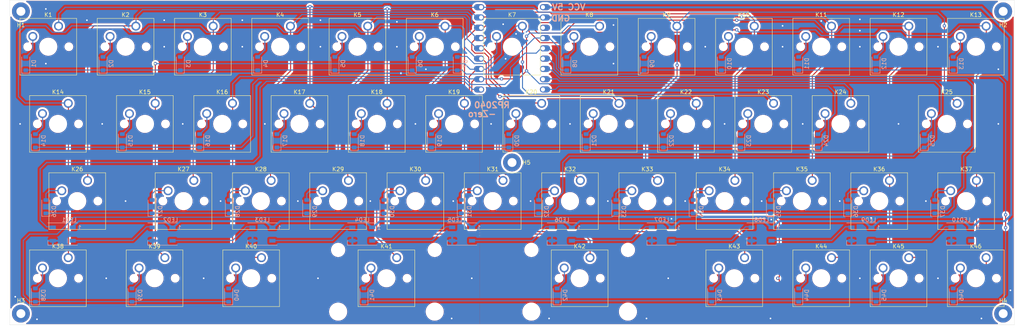
<source format=kicad_pcb>
(kicad_pcb (version 20221018) (generator pcbnew)
  (layers (0 "F.Cu" signal) (31 "B.Cu" signal) (34 "B.Paste" user) (35 "F.Paste" user) (36 "B.SilkS" user "B.Silkscreen") (37 "F.SilkS" user "F.Silkscreen") (38 "B.Mask" user) (39 "F.Mask" user) (44 "Edge.Cuts" user))
  (net 0 "")
  (net 1 "row0")
  (net 2 "Net-(D1-A)")
  (net 3 "Net-(D2-A)")
  (net 4 "Net-(D3-A)")
  (net 5 "Net-(D4-A)")
  (net 6 "Net-(D5-A)")
  (net 7 "Net-(D6-A)")
  (net 8 "Net-(D7-A)")
  (net 9 "Net-(D8-A)")
  (net 10 "row1")
  (net 11 "Net-(D9-A)")
  (net 12 "Net-(D10-A)")
  (net 13 "Net-(D11-A)")
  (net 14 "Net-(D12-A)")
  (net 15 "Net-(D13-A)")
  (net 16 "Net-(D14-A)")
  (net 17 "Net-(D15-A)")
  (net 18 "Net-(D16-A)")
  (net 19 "row2")
  (net 20 "Net-(D17-A)")
  (net 21 "Net-(D18-A)")
  (net 22 "Net-(D19-A)")
  (net 23 "Net-(D20-A)")
  (net 24 "Net-(D21-A)")
  (net 25 "Net-(D22-A)")
  (net 26 "Net-(D23-A)")
  (net 27 "Net-(D24-A)")
  (net 28 "row3")
  (net 29 "Net-(D25-A)")
  (net 30 "Net-(D26-A)")
  (net 31 "Net-(D27-A)")
  (net 32 "Net-(D28-A)")
  (net 33 "Net-(D29-A)")
  (net 34 "Net-(D30-A)")
  (net 35 "Net-(D31-A)")
  (net 36 "Net-(D32-A)")
  (net 37 "row4")
  (net 38 "Net-(D33-A)")
  (net 39 "Net-(D34-A)")
  (net 40 "Net-(D35-A)")
  (net 41 "Net-(D36-A)")
  (net 42 "Net-(D37-A)")
  (net 43 "Net-(D38-A)")
  (net 44 "Net-(D39-A)")
  (net 45 "Net-(D40-A)")
  (net 46 "row5")
  (net 47 "Net-(D41-A)")
  (net 48 "Net-(D42-A)")
  (net 49 "Net-(D43-A)")
  (net 50 "Net-(D44-A)")
  (net 51 "Net-(D45-A)")
  (net 52 "Net-(D46-A)")
  (net 53 "col0")
  (net 54 "col1")
  (net 55 "col2")
  (net 56 "col3")
  (net 57 "col4")
  (net 58 "col5")
  (net 59 "col6")
  (net 60 "col7")
  (net 61 "VCC")
  (net 62 "Net-(LED1-DOUT)")
  (net 63 "GND")
  (net 64 "LED")
  (net 65 "Net-(LED2-DOUT)")
  (net 66 "Net-(LED3-DOUT)")
  (net 67 "Net-(LED4-DOUT)")
  (net 68 "Net-(LED5-DOUT)")
  (net 69 "Net-(LED6-DOUT)")
  (net 70 "Net-(LED7-DOUT)")
  (net 71 "Net-(LED8-DOUT)")
  (net 72 "Net-(LED10-DIN)")
  (footprint "Koshinoya:SW_Cherry_MX_1.00u_PCB" (layer "F.Cu") (at 219.869304 99.219)
    (fp_text reference "K35")
    (fp_text value "SW_PUSH")
  )
  (footprint "Button_Switch_Keyboard:SW_Cherry_MX_1.00u_PCB" (layer "F.Cu") (at 36.671336 56.038904)
    (fp_text reference "K1")
    (fp_text value "SW_PUSH")
  )
  (footprint "Koshinoya:SW_Cherry_MX_1.00u_PCB" (layer "F.Cu") (at 96.043992 80.168952)
    (fp_text reference "K17")
    (fp_text value "SW_PUSH")
  )
  (footprint "Koshinoya:SW_Cherry_MX_1.00u_PCB" (layer "F.Cu") (at 134.144088 80.168952)
    (fp_text reference "K19")
    (fp_text value "SW_PUSH")
  )
  (footprint "Koshinoya:SW_Cherry_MX_1.00u_PCB" (layer "F.Cu") (at 229.394328 80.168952)
    (fp_text reference "K24")
    (fp_text value "SW_PUSH")
  )
  (footprint "Koshinoya:SW_Cherry_MX_1.00u_PCB" (layer "F.Cu") (at 167.481672 61.118904)
    (fp_text reference "K8")
    (fp_text value "SW_PUSH")
  )
  (footprint "Koshinoya:rp2040-zero-tht-5Pads-Less" (layer "F.Cu") (at 148.431624 61.51578)
    (fp_text reference "U1" hide)
    (fp_text value "rp2040-zero" hide)
  )
  (footprint "Koshinoya:SW_Cherry_MX_1.00u_PCB" (layer "F.Cu") (at 243.681864 61.118904)
    (fp_text reference "K12")
    (fp_text value "SW_PUSH")
  )
  (footprint "Koshinoya:SW_Cherry_MX_1.75u_PCB" (layer "F.Cu") (at 255.588144 80.168952)
    (fp_text reference "K25")
    (fp_text value "SW_PUSH")
  )
  (footprint "Koshinoya:SW_Cherry_MX_1.00u_PCB" (layer "F.Cu") (at 57.943896 80.168952)
    (fp_text reference "K15")
    (fp_text value "SW_PUSH")
  )
  (footprint "Koshinoya:SW_Cherry_MX_1.00u_PCB" (layer "F.Cu") (at 86.518968 99.219)
    (fp_text reference "K28")
    (fp_text value "SW_PUSH")
  )
  (footprint "Koshinoya:SW_Cherry_MX_1.00u_PCB" (layer "F.Cu") (at 181.769208 99.219)
    (fp_text reference "K33")
    (fp_text value "SW_PUSH")
  )
  (footprint "Koshinoya:SW_Cherry_MX_1.00u_PCB" (layer "F.Cu") (at 153.194136 80.168952)
    (fp_text reference "K20")
    (fp_text value "SW_PUSH")
  )
  (footprint "Koshinoya:SW_Cherry_MX_1.00u_PCB" (layer "F.Cu") (at 53.181384 61.118904)
    (fp_text reference "K2")
    (fp_text value "SW_PUSH")
  )
  (footprint "Koshinoya:SW_Cherry_MX_1.00u_PCB" (layer "F.Cu") (at 238.919352 99.219)
    (fp_text reference "K36")
    (fp_text value "SW_PUSH")
  )
  (footprint "MountingHole:MountingHole_2.2mm_M2_Pad_TopBottom" (layer "F.Cu") (at 27.384444 52.387632)
    (fp_text reference "H1")
    (fp_text value "MountingHole")
  )
  (footprint "Koshinoya:SW_Cherry_MX_1.00u_PCB" (layer "F.Cu") (at 148.431624 61.118904)
    (fp_text reference "K7")
    (fp_text value "SW_PUSH")
  )
  (footprint "Koshinoya:SW_Cherry_MX_1.00u_PCB" (layer "F.Cu") (at 110.331528 61.118904)
    (fp_text reference "K5")
    (fp_text value "SW_PUSH")
  )
  (footprint "Koshinoya:SW_Cherry_MX_2.25u_PCB" (layer "F.Cu") (at 117.475296 118.269048)
    (fp_text reference "K41")
    (fp_text value "SW_PUSH")
  )
  (footprint "Koshinoya:SW_Cherry_MX_1.00u_PCB" (layer "F.Cu") (at 224.631816 61.118904)
    (fp_text reference "K11")
    (fp_text value "SW_PUSH")
  )
  (footprint "Koshinoya:SW_Cherry_MX_1.25u_PCB" (layer "F.Cu") (at 60.325152 118.269048)
    (fp_text reference "K39")
    (fp_text value "SW_PUSH")
  )
  (footprint "Koshinoya:SW_Cherry_MX_1.00u_PCB" (layer "F.Cu") (at 262.731912 61.118904)
    (fp_text reference "K13")
    (fp_text value "SW_PUSH")
  )
  (footprint "Koshinoya:SW_Cherry_MX_2.75u_PCB" (layer "F.Cu") (at 165.100416 118.269048)
    (fp_text reference "K42")
    (fp_text value "SW_PUSH")
  )
  (footprint "Koshinoya:SW_Cherry_MX_1.00u_PCB" (layer "F.Cu") (at 172.244184 80.168952)
    (fp_text reference "K21")
    (fp_text value "SW_PUSH")
  )
  (footprint "Koshinoya:SW_Cherry_MX_1.00u_PCB" (layer "F.Cu") (at 76.993944 80.168952)
    (fp_text reference "K16")
    (fp_text value "SW_PUSH")
  )
  (footprint "Koshinoya:SW_Cherry_MX_1.25u_PCB" (layer "F.Cu") (at 36.512592 118.269048)
    (fp_text reference "K38")
    (fp_text value "SW_PUSH")
  )
  (footprint "Koshinoya:SW_Cherry_MX_1.00u_PCB" (layer "F.Cu") (at 205.581768 61.118904)
    (fp_text reference "K10")
    (fp_text value "SW_PUSH")
  )
  (footprint "Koshinoya:SW_Cherry_MX_1.00u_PCB" (layer "F.Cu") (at 105.569016 99.219)
    (fp_text reference "K29")
    (fp_text value "SW_PUSH")
  )
  (footprint "Koshinoya:SW_Cherry_MX_1.25u_PCB" (layer "F.Cu") (at 36.512592 80.168952)
    (fp_text reference "K14")
    (fp_text value "SW_PUSH")
  )
  (footprint "Koshinoya:SW_Cherry_MX_1.00u_PCB" (layer "F.Cu") (at 243.681864 118.269048)
    (fp_text reference "K45")
    (fp_text value "SW_PUSH")
  )
  (footprint "MountingHole:MountingHole_2.2mm_M2_Pad_TopBottom" (layer "F.Cu") (at 269.478804 127.00032)
    (fp_text reference "H4")
    (fp_text value "MountingHole")
  )
  (footprint "Koshinoya:SW_Cherry_MX_1.00u_PCB" (layer "F.Cu") (at 210.34428 80.168952)
    (fp_text reference "K23")
    (fp_text value "SW_PUSH")
  )
  (footprint "Koshinoya:SW_Cherry_MX_1.00u_PCB" (layer "F.Cu") (at 72.231432 61.118904)
    (fp_text reference "K3")
    (fp_text value "SW_PUSH")
  )
  (footprint "Koshinoya:SW_Cherry_MX_1.00u_PCB" (layer "F.Cu") (at 224.631816 118.269048)
    (fp_text reference "K44")
    (fp_text value "SW_PUSH")
  )
  (footprint "Koshinoya:SW_Cherry_MX_1.00u_PCB" (layer "F.Cu") (at 124.619064 99.219)
    (fp_text reference "K30")
    (fp_text value "SW_PUSH")
  )
  (footprint "Koshinoya:SW_Cherry_MX_1.25u_PCB" (layer "F.Cu") (at 260.350656 99.219)
    (fp_text reference "K37")
    (fp_text value "SW_PUSH")
  )
  (footprint "MountingHole:MountingHole_2.2mm_M2_Pad_TopBottom" (layer "F.Cu") (at 148.431624 89.693976)
    (fp_text reference "H5")
    (fp_text value "MountingHole")
  )
  (footprint "Koshinoya:SW_Cherry_MX_1.00u_PCB" (layer "F.Cu") (at 115.09404 80.168952)
    (fp_text reference "K18")
    (fp_text value "SW_PUSH")
  )
  (footprint "MountingHole:MountingHole_2.2mm_M2_Pad_TopBottom" (layer "F.Cu") (at 269.478804 52.387632)
    (fp_text reference "H2")
    (fp_text value "MountingHole")
  )
  (footprint "Koshinoya:SW_Cherry_MX_1.00u_PCB" (layer "F.Cu") (at 262.731912 118.269048)
    (fp_text reference "K46")
    (fp_text value "SW_PUSH")
  )
  (footprint "MountingHole:MountingHole_2.2mm_M2_Pad_TopBottom" (layer "F.Cu") (at 27.384444 127.00032)
    (fp_text reference "H3")
    (fp_text value "MountingHole")
  )
  (footprint "Koshinoya:SW_Cherry_MX_1.00u_PCB" (layer "F.Cu") (at 129.381576 61.118904)
    (fp_text reference "K6")
    (fp_text value "SW_PUSH")
  )
  (footprint "Koshinoya:SW_Cherry_MX_1.25u_PCB" (layer "F.Cu") (at 203.200512 118.269048)
    (fp_text reference "K43")
    (fp_text value "SW_PUSH")
  )
  (footprint "Koshinoya:SW_Cherry_MX_1.00u_PCB" (layer "F.Cu") (at 186.53172 61.118904)
    (fp_text reference "K9")
    (fp_text value "SW_PUSH")
  )
  (footprint "Koshinoya:SW_Cherry_MX_1.00u_PCB" (layer "F.Cu") (at 67.46892 99.219)
    (fp_text reference "K27")
    (fp_text value "SW_PUSH")
  )
  (footprint "Koshinoya:SW_Cherry_MX_1.00u_PCB" (layer "F.Cu") (at 191.294232 80.168952)
    (fp_text reference "K22")
    (fp_text value "SW_PUSH")
  )
  (footprint "Koshinoya:SW_Cherry_MX_1.75u_PCB" (layer "F.Cu") (at 41.275104 99.219)
    (fp_text reference "K26")
    (fp_text value "SW_PUSH")
  )
  (footprint "Koshinoya:SW_Cherry_MX_1.00u_PCB" (layer "F.Cu") (at 200.819256 99.219)
    (fp_text reference "K34")
    (fp_text value "SW_PUSH")
  )
  (footprint "Koshinoya:SW_Cherry_MX_1.25u_PCB" (layer "F.Cu") (at 84.137712 118.269048)
    (fp_text reference "K40")
    (fp_text value "SW_PUSH")
  )
  (footprint "Koshinoya:SW_Cherry_MX_1.00u_PCB" (layer "F.Cu") (at 91.28148 61.118904)
    (fp_text reference "K4")
    (fp_text value "SW_PUSH")
  )
  (footprint "Koshinoya:SW_Cherry_MX_1.00u_PCB" (layer "F.Cu") (at 162.71916 99.219)
    (fp_text reference "K32")
    (fp_text value "SW_PUSH")
  )
  (footprint "Koshinoya:SW_Cherry_MX_1.00u_PCB" (layer "F.Cu") (at 143.669112 99.219)
    (fp_text reference "K31")
    (fp_text value "SW_PUSH")
  )
  (footprint "Diode_SMD:D_SOD-123" (layer "B.Cu") (at 78.779886 100.608066 90)
    (fp_text reference "D28")
    (fp_text value "1N4148W")
  )
  (footprint "Diode_SMD:D_SOD-123" (layer "B.Cu") (at 200.025504 65.286102 90)
    (fp_text reference "D10")
    (fp_text value "1N4148W")
  )
  (footprint "LED_SMD:LED_WS2812B_PLCC4_5.0x5.0mm_P3.2mm" (layer "B.Cu") (at 37.70322 107.354958 180)
    (fp_text reference "LED1")
    (fp_text value "WS2812B")
  )
  (footprint "Diode_SMD:D_SOD-123" (layer "B.Cu") (at 97.829934 100.608066 90)
    (fp_text reference "D29")
    (fp_text value "1N4148W")
  )
  (footprint "Diode_SMD:D_SOD-123" (layer "B.Cu") (at 159.544152 122.436246 90)
    (fp_text reference "D42")
    (fp_text value "1N4148W")
  )
  (footprint "Diode_SMD:D_SOD-123" (layer "B.Cu") (at 123.825312 65.286102 90)
    (fp_text reference "D6")
    (fp_text value "1N4148W")
  )
  (footprint "Diode_SMD:D_SOD-123" (layer "B.Cu") (at 193.080174 100.608066 90)
    (fp_text reference "D34")
    (fp_text value "1N4148W")
  )
  (footprint "Diode_SMD:D_SOD-123" (layer "B.Cu") (at 252.611574 100.608066 90)
    (fp_text reference "D37")
    (fp_text value "1N4148W")
  )
  (footprint "Diode_SMD:D_SOD-123" (layer "B.Cu") (at 71.43768 84.33615 90)
    (fp_text reference "D16")
    (fp_text value "1N4148W")
  )
  (footprint "Diode_SMD:D_SOD-123" (layer "B.Cu") (at 223.838064 84.33615 90)
    (fp_text reference "D24")
    (fp_text value "1N4148W")
  )
  (footprint "Diode_SMD:D_SOD-123" (layer "B.Cu") (at 104.775264 65.286102 90)
    (fp_text reference "D5")
    (fp_text value "1N4148W")
  )
  (footprint "Diode_SMD:D_SOD-123" (layer "B.Cu") (at 128.587824 84.33615 90)
    (fp_text reference "D19")
    (fp_text value "1N4148W")
  )
  (footprint "Diode_SMD:D_SOD-123" (layer "B.Cu") (at 219.075552 122.436246 90)
    (fp_text reference "D44")
    (fp_text value "1N4148W")
  )
  (footprint "LED_SMD:LED_WS2812B_PLCC4_5.0x5.0mm_P3.2mm" (layer "B.Cu") (at 111.522156 107.354958 180)
    (fp_text reference "LED4")
    (fp_text value "WS2812B")
  )
  (footprint "Diode_SMD:D_SOD-123" (layer "B.Cu") (at 109.537776 84.33615 90)
    (fp_text reference "D18")
    (fp_text value "1N4148W")
  )
  (footprint "Diode_SMD:D_SOD-123" (layer "B.Cu") (at 66.675168 65.286102 90)
    (fp_text reference "D3")
    (fp_text value "1N4148W")
  )
  (footprint "Diode_SMD:D_SOD-123" (layer "B.Cu") (at 134.93784 65.286102 90)
    (fp_text reference "D7")
    (fp_text value "1N4148W")
  )
  (footprint "Diode_SMD:D_SOD-123" (layer "B.Cu") (at 116.879982 100.608066 90)
    (fp_text reference "D30")
    (fp_text value "1N4148W")
  )
  (footprint "Diode_SMD:D_SOD-123" (layer "B.Cu") (at 250.03188 84.33615 90)
    (fp_text reference "D25")
    (fp_text value "1N4148W")
  )
  (footprint "Diode_SMD:D_SOD-123" (layer "B.Cu") (at 85.725216 65.286102 90)
    (fp_text reference "D4")
    (fp_text value "1N4148W")
  )
  (footprint "Diode_SMD:D_SOD-123" (layer "B.Cu") (at 59.729838 100.608066 90)
    (fp_text reference "D27")
    (fp_text value "1N4148W")
  )
  (footprint "LED_SMD:LED_WS2812B_PLCC4_5.0x5.0mm_P3.2mm" (layer "B.Cu") (at 62.309532 107.354958 180)
    (fp_text reference "LED2")
    (fp_text value "WS2812B")
  )
  (footprint "LED_SMD:LED_WS2812B_PLCC4_5.0x5.0mm_P3.2mm" (layer "B.Cu") (at 234.553716 107.354958 180)
    (fp_text reference "LED9")
    (fp_text value "WS2812B")
  )
  (footprint "Diode_SMD:D_SOD-123" (layer "B.Cu") (at 166.68792 84.33615 90)
    (fp_text reference "D21")
    (fp_text value "1N4148W")
  )
  (footprint "Diode_SMD:D_SOD-123" (layer "B.Cu") (at 238.1256 122.436246 90)
    (fp_text reference "D45")
    (fp_text value "1N4148W")
  )
  (footprint "Diode_SMD:D_SOD-123" (layer "B.Cu") (at 257.175648 65.286102 90)
    (fp_text reference "D13")
    (fp_text value "1N4148W")
  )
  (footprint "Diode_SMD:D_SOD-123" (layer "B.Cu") (at 154.980078 100.608066 90)
    (fp_text reference "D32")
    (fp_text value "1N4148W")
  )
  (footprint "LED_SMD:LED_WS2812B_PLCC4_5.0x5.0mm_P3.2mm" (layer "B.Cu") (at 185.341092 107.354958 180)
    (fp_text reference "LED7")
    (fp_text value "WS2812B")
  )
  (footprint "Diode_SMD:D_SOD-123" (layer "B.Cu") (at 28.575072 65.286102 90)
    (fp_text reference "D1")
    (fp_text value "1N4148W")
  )
  (footprint "Diode_SMD:D_SOD-123" (layer "B.Cu") (at 185.737968 84.33615 90)
    (fp_text reference "D22")
    (fp_text value "1N4148W")
  )
  (footprint "Diode_SMD:D_SOD-123" (layer "B.Cu") (at 47.62512 65.286102 90)
    (fp_text reference "D2")
    (fp_text value "1N4148W")
  )
  (footprint "Diode_SMD:D_SOD-123" (layer "B.Cu") (at 54.768888 122.436246 90)
    (fp_text reference "D39")
    (fp_text value "1N4148W")
  )
  (footprint "Diode_SMD:D_SOD-123" (layer "B.Cu") (at 30.956328 84.33615 90)
    (fp_text reference "D14")
    (fp_text value "1N4148W")
  )
  (footprint "Diode_SMD:D_SOD-123" (layer "B.Cu") (at 147.637872 84.33615 90)
    (fp_text reference "D20")
    (fp_text value "1N4148W")
  )
  (footprint "Diode_SMD:D_SOD-123" (layer "B.Cu") (at 180.975456 65.286102 90)
    (fp_text reference "D9")
    (fp_text value "1N4148W")
  )
  (footprint "LED_SMD:LED_WS2812B_PLCC4_5.0x5.0mm_P3.2mm" (layer "B.Cu") (at 259.160028 107.354958 180)
    (fp_text reference "LED10")
    (fp_text value "WS2812B")
  )
  (footprint "LED_SMD:LED_WS2812B_PLCC4_5.0x5.0mm_P3.2mm" (layer "B.Cu") (at 160.73478 107.354958 180)
    (fp_text reference "LED6")
    (fp_text value "WS2812B")
  )
  (footprint "Diode_SMD:D_SOD-123" (layer "B.Cu") (at 78.581448 122.436246 90)
    (fp_text reference "D40")
    (fp_text value "1N4148W")
  )
  (footprint "LED_SMD:LED_WS2812B_PLCC4_5.0x5.0mm_P3.2mm" (layer "B.Cu") (at 86.915844 107.354958 180)
    (fp_text reference "LED3")
    (fp_text value "WS2812B")
  )
  (footprint "Diode_SMD:D_SOD-123" (layer "B.Cu") (at 197.644248 122.436246 90)
    (fp_text reference "D43")
    (fp_text value "1N4148W")
  )
  (footprint "Diode_SMD:D_SOD-123" (layer "B.Cu") (at 238.1256 65.286102 90)
    (fp_text reference "D12")
    (fp_text value "1N4148W")
  )
  (footprint "Diode_SMD:D_SOD-123" (layer "B.Cu") (at 111.919032 122.436246 90)
    (fp_text reference "D41")
    (fp_text value "1N4148W")
  )
  (footprint "Diode_SMD:D_SOD-123" (layer "B.Cu") (at 52.387632 84.33615 90)
    (fp_text reference "D15")
    (fp_text value "1N4148W")
  )
  (footprint "Diode_SMD:D_SOD-123" (layer "B.Cu") (at 219.075552 65.286102 90)
    (fp_text reference "D11")
    (fp_text value "1N4148W")
  )
  (footprint "Diode_SMD:D_SOD-123" (layer "B.Cu") (at 135.93003 100.608066 90)
    (fp_text reference "D31")
    (fp_text value "1N4148W")
  )
  (footprint "Diode_SMD:D_SOD-123" (layer "B.Cu") (at 30.956328 122.436246 90)
    (fp_text reference "D38")
    (fp_text value "1N4148W")
  )
  (footprint "Diode_SMD:D_SOD-123" (layer "B.Cu") (at 231.18027 100.608066 90)
    (fp_text reference "D36")
    (fp_text value "1N4148W")
  )
  (footprint "Diode_SMD:D_SOD-123" (layer "B.Cu") (at 174.030126 100.608066 90)
    (fp_text reference "D33")
    (fp_text value "1N4148W")
  )
  (footprint "Diode_SMD:D_SOD-123" (layer "B.Cu") (at 161.925408 65.286102 90)
    (fp_text reference "D8")
    (fp_text value "1N4148W")
  )
  (footprint "Diode_SMD:D_SOD-123" (layer "B.Cu") (at 33.536022 100.608066 90)
    (fp_text reference "D26")
    (fp_text value "1N4148W")
  )
  (footprint "Diode_SMD:D_SOD-123" (layer "B.Cu") (at 204.788016 84.33615 90)
    (fp_text reference "D23")
    (fp_text value "1N4148W")
  )
  (footprint "Diode_SMD:D_SOD-123" (layer "B.Cu") (at 90.487728 84.33615 90)
    (fp_text reference "D17")
    (fp_text value "1N4148W")
  )
  (footprint "LED_SMD:LED_WS2812B_PLCC4_5.0x5.0mm_P3.2mm" (layer "B.Cu") (at 209.947404 107.354958 180)
    (fp_text reference "LED8")
    (fp_text value "WS2812B")
  )
  (footprint "Diode_SMD:D_SOD-123" (layer "B.Cu") (at 257.175648 122.436246 90)
    (fp_text reference "D46")
    (fp_text value "1N4148W")
  )
  (footprint "Diode_SMD:D_SOD-123" (layer "B.Cu") (at 212.130222 100.608066 90)
    (fp_text reference "D35")
    (fp_text value "1N4148W")
  )
  (footprint "LED_SMD:LED_WS2812B_PLCC4_5.0x5.0mm_P3.2mm" (layer "B.Cu") (at 136.128468 107.354958 180)
    (fp_text reference "LED5")
    (fp_text value "WS2812B")
  )
  (gr_rect (start 24.606312 49.6095) (end 272.256936 129.778452) (stroke (width 0.05)) (fill none) (layer "Edge.Cuts"))
  (gr_text "VCC 5V" (at 166.68792 52.189194) (layer "B.SilkS") (effects (font (size 1.5 1.5) (thickness 0.3) bold) (justify left bottom mirror)))
  (gr_text "-Zero" (at 144.661302 78.581448) (layer "B.SilkS") (effects (font (size 1.5 1.5) (thickness 0.3) bold) (justify left bottom mirror)))
  (gr_text "RP2040" (at 148.034748 76.39863) (layer "B.SilkS") (effects (font (size 1.5 1.5) (thickness 0.3) bold) (justify left bottom mirror)))
  (gr_text "GND" (at 162.917598 54.967326) (layer "B.SilkS") (effects (font (size 1.5 1.5) (thickness 0.3) bold) (justify left bottom mirror)))
  (segment (start 136.113779 66.873606) (end 133.350336 66.873606) (width 0.25) (layer "B.Cu") (net 1))
  (segment (start 28.637568 66.936102) (end 28.575072 66.936102) (width 0.25) (layer "B.Cu") (net 1))
  (segment (start 85.725216 66.936102) (end 85.66272 66.936102) (width 0.25) (layer "B.Cu") (net 1))
  (segment (start 123.825312 66.873606) (end 28.575072 66.873606) (width 0.25) (layer "B.Cu") (net 1))
  (segment (start 28.575072 66.873606) (end 28.637568 66.936102) (width 0.25) (layer "B.Cu") (net 1))
  (segment (start 123.825312 66.936102) (end 123.762816 66.936102) (width 0.25) (layer "B.Cu") (net 1))
  (segment (start 159.941028 66.278292) (end 160.536342 66.873606) (width 0.25) (layer "B.Cu") (net 1))
  (segment (start 133.350336 66.873606) (end 132.358146 67.865796) (width 0.25) (layer "B.Cu") (net 1))
  (segment (start 156.051624 58.97578) (end 153.922336 58.97578) (width 0.25) (layer "B.Cu") (net 1))
  (segment (start 124.817502 67.865796) (end 132.358146 67.865796) (width 0.25) (layer "B.Cu") (net 1))
  (segment (start 136.128468 66.873606) (end 137.120658 67.865796) (width 0.25) (layer "B.Cu") (net 1))
  (segment (start 66.675168 66.936102) (end 66.612672 66.936102) (width 0.25) (layer "B.Cu") (net 1))
  (segment (start 157.599466 58.97578) (end 159.941028 61.317342) (width 0.25) (layer "B.Cu") (net 1))
  (segment (start 66.675168 66.936102) (end 66.737664 66.936102) (width 0.25) (layer "B.Cu") (net 1))
  (segment (start 159.941028 61.317342) (end 159.941028 66.278292) (width 0.25) (layer "B.Cu") (net 1))
  (segment (start 160.536342 66.873606) (end 161.925408 66.873606) (width 0.25) (layer "B.Cu") (net 1))
  (segment (start 104.775264 66.936102) (end 104.712768 66.936102) (width 0.25) (layer "B.Cu") (net 1))
  (segment (start 124.817502 67.865796) (end 123.825312 66.873606) (width 0.25) (layer "B.Cu") (net 1))
  (segment (start 85.725216 66.936102) (end 85.787712 66.936102) (width 0.25) (layer "B.Cu") (net 1))
  (segment (start 104.775264 66.936102) (end 104.83776 66.936102) (width 0.25) (layer "B.Cu") (net 1))
  (segment (start 47.62512 66.936102) (end 47.562624 66.936102) (width 0.25) (layer "B.Cu") (net 1))
  (segment (start 153.922336 58.97578) (end 150.806624 62.091492) (width 0.25) (layer "B.Cu") (net 1))
  (segment (start 47.62512 66.936102) (end 47.687616 66.936102) (width 0.25) (layer "B.Cu") (net 1))
  (segment (start 137.120658 67.865796) (end 145.058178 67.865796) (width 0.25) (layer "B.Cu") (net 1))
  (segment (start 150.806624 62.091492) (end 150.806624 62.102661) (width 0.25) (layer "B.Cu") (net 1))
  (segment (start 150.806624 62.102661) (end 145.058178 67.865796) (width 0.25) (layer "B.Cu") (net 1))
  (segment (start 124.02375 67.072044) (end 124.02375 66.873606) (width 0.25) (layer "B.Cu") (net 1))
  (segment (start 156.051624 58.97578) (end 157.599466 58.97578) (width 0.25) (layer "B.Cu") (net 1))
  (segment (start 30.321336 58.578904) (end 30.321336 61.952334) (width 0.25) (layer "B.Cu") (net 2))
  (segment (start 30.321336 61.952334) (end 28.575072 63.698598) (width 0.25) (layer "B.Cu") (net 2))
  (segment (start 49.411062 61.91264) (end 47.664798 63.658904) (width 0.25) (layer "B.Cu") (net 3))
  (segment (start 49.411062 58.53921) (end 49.411062 61.91264) (width 0.25) (layer "B.Cu") (net 3))
  (segment (start 68.46111 61.91264) (end 66.714846 63.658904) (width 0.25) (layer "B.Cu") (net 4))
  (segment (start 68.46111 58.53921) (end 68.46111 61.91264) (width 0.25) (layer "B.Cu") (net 4))
  (segment (start 87.511158 61.91264) (end 85.764894 63.658904) (width 0.25) (layer "B.Cu") (net 5))
  (segment (start 87.511158 58.53921) (end 87.511158 61.91264) (width 0.25) (layer "B.Cu") (net 5))
  (segment (start 106.561206 61.91264) (end 104.814942 63.658904) (width 0.25) (layer "B.Cu") (net 6))
  (segment (start 106.561206 58.53921) (end 106.561206 61.91264) (width 0.25) (layer "B.Cu") (net 6))
  (segment (start 125.611254 61.91264) (end 123.86499 63.658904) (width 0.25) (layer "B.Cu") (net 7))
  (segment (start 125.611254 58.53921) (end 125.611254 61.91264) (width 0.25) (layer "B.Cu") (net 7))
  (segment (start 137.319096 63.50016) (end 139.105038 65.286102) (width 0.25) (layer "B.Cu") (net 8))
  (segment (start 144.661302 58.53921) (end 144.661302 62.706408) (width 0.25) (layer "B.Cu") (net 8))
  (segment (start 139.105038 65.286102) (end 142.081608 65.286102) (width 0.25) (layer "B.Cu") (net 8))
  (segment (start 144.661302 62.706408) (end 142.081608 65.286102) (width 0.25) (layer "B.Cu") (net 8))
  (segment (start 135.000336 63.50016) (end 137.319096 63.50016) (width 0.25) (layer "B.Cu") (net 8))
  (segment (start 163.71135 61.91264) (end 161.965086 63.658904) (width 0.25) (layer "B.Cu") (net 9))
  (segment (start 163.71135 58.53921) (end 163.71135 61.91264) (width 0.25) (layer "B.Cu") (net 9))
  (segment (start 151.606632 62.706408) (end 148.034748 66.278292) (width 0.25) (layer "B.Cu") (net 10))
  (segment (start 85.923654 69.056424) (end 84.534588 70.44549) (width 0.25) (layer "B.Cu") (net 10))
  (segment (start 159.345714 66.47673) (end 160.73478 67.865796) (width 0.25) (layer "B.Cu") (net 10))
  (segment (start 179.983266 67.865796) (end 180.975456 66.873606) (width 0.25) (layer "B.Cu") (net 10))
  (segment (start 138.311286 70.44549) (end 136.92222 69.056424) (width 0.25) (layer "B.Cu") (net 10))
  (segment (start 157.559772 61.51578) (end 159.345714 63.301722) (width 0.25) (layer "B.Cu") (net 10))
  (segment (start 81.756456 85.923654) (end 71.43768 85.923654) (width 0.25) (layer "B.Cu") (net 10))
  (segment (start 84.534588 83.145522) (end 81.756456 85.923654) (width 0.25) (layer "B.Cu") (net 10))
  (segment (start 159.345714 63.301722) (end 159.345714 66.47673) (width 0.25) (layer "B.Cu") (net 10))
  (segment (start 146.645682 70.44549) (end 138.311286 70.44549) (width 0.25) (layer "B.Cu") (net 10))
  (segment (start 31.018824 85.923654) (end 30.956328 85.923654) (width 0.25) (layer "B.Cu") (net 10))
  (segment (start 148.034748 66.278292) (end 148.034748 69.056424) (width 0.25) (layer "B.Cu") (net 10))
  (segment (start 71.43768 85.98615) (end 71.43768 85.923654) (width 0.25) (layer "B.Cu") (net 10))
  (segment (start 136.92222 69.056424) (end 85.923654 69.056424) (width 0.25) (layer "B.Cu") (net 10))
  (segment (start 154.384764 62.706408) (end 151.606632 62.706408) (width 0.25) (layer "B.Cu") (net 10))
  (segment (start 180.975456 66.873606) (end 257.175648 66.873606) (width 0.25) (layer "B.Cu") (net 10))
  (segment (start 30.956328 85.923654) (end 71.43768 85.923654) (width 0.25) (layer "B.Cu") (net 10))
  (segment (start 84.534588 70.44549) (end 84.534588 83.145522) (width 0.25) (layer "B.Cu") (net 10))
  (segment (start 156.051624 61.51578) (end 155.575392 61.51578) (width 0.25) (layer "B.Cu") (net 10))
  (segment (start 155.575392 61.51578) (end 154.384764 62.706408) (width 0.25) (layer "B.Cu") (net 10))
  (segment (start 148.034748 69.056424) (end 146.645682 70.44549) (width 0.25) (layer "B.Cu") (net 10))
  (segment (start 160.73478 67.865796) (end 179.983266 67.865796) (width 0.25) (layer "B.Cu") (net 10))
  (segment (start 156.051624 61.51578) (end 157.559772 61.51578) (width 0.25) (layer "B.Cu") (net 10))
  (segment (start 182.761398 58.53921) (end 182.761398 61.91264) (width 0.25) (layer "B.Cu") (net 11))
  (segment (start 182.761398 61.91264) (end 181.015134 63.658904) (width 0.25) (layer "B.Cu") (net 11))
  (segment (start 201.811446 58.53921) (end 201.811446 61.91264) (width 0.25) (layer "B.Cu") (net 12))
  (segment (start 201.811446 61.91264) (end 200.065182 63.658904) (width 0.25) (layer "B.Cu") (net 12))
  (segment (start 220.861494 61.91264) (end 219.11523 63.658904) (width 0.25) (layer "B.Cu") (net 13))
  (segment (start 220.861494 58.53921) (end 220.861494 61.91264) (width 0.25) (layer "B.Cu") (net 13))
  (segment (start 239.911542 58.53921) (end 239.911542 61.91264) (width 0.25) (layer "B.Cu") (net 14))
  (segment (start 239.911542 61.91264) (end 238.165278 63.658904) (width 0.25) (layer "B.Cu") (net 14))
  (segment (start 258.96159 61.91264) (end 257.215326 63.658904) (width 0.25) (layer "B.Cu") (net 15))
  (segment (start 258.96159 58.53921) (end 258.96159 61.91264) (width 0.25) (layer "B.Cu") (net 15))
  (segment (start 32.74227 80.962688) (end 30.996006 82.708952) (width 0.25) (layer "B.Cu") (net 16))
  (segment (start 32.74227 77.589258) (end 32.74227 80.962688) (width 0.25) (layer "B.Cu") (net 16))
  (segment (start 54.173574 77.589258) (end 54.173574 80.962688) (width 0.25) (layer "B.Cu") (net 17))
  (segment (start 54.173574 80.962688) (end 52.42731 82.708952) (width 0.25) (layer "B.Cu") (net 17))
  (segment (start 73.223622 80.962688) (end 71.477358 82.708952) (width 0.25) (layer "B.Cu") (net 18))
  (segment (start 73.223622 77.589258) (end 73.223622 80.962688) (width 0.25) (layer "B.Cu") (net 18))
  (segment (start 157.361334 71.636118) (end 159.147276 71.636118) (width 0.25) (layer "B.Cu") (net 19))
  (segment (start 226.417758 79.176762) (end 226.417758 83.740836) (width 0.25) (layer "B.Cu") (net 19))
  (segment (start 226.417758 83.740836) (end 224.23494 85.923654) (width 0.25) (layer "B.Cu") (net 19))
  (segment (start 228.005262 77.589258) (end 226.417758 79.176762) (width 0.25) (layer "B.Cu") (net 19))
  (segment (start 159.941028 70.842366) (end 226.417758 70.842366) (width 0.25) (layer "B.Cu") (net 19))
  (segment (start 159.147276 71.636118) (end 159.941028 70.842366) (width 0.25) (layer "B.Cu") (net 19))
  (segment (start 228.005262 72.42987) (end 228.005262 77.589258) (width 0.25) (layer "B.Cu") (net 19))
  (segment (start 226.417758 70.842366) (end 228.005262 72.42987) (width 0.25) (layer "B.Cu") (net 19))
  (segment (start 90.487728 85.923654) (end 224.036502 85.923654) (width 0.25) (layer "B.Cu") (net 19))
  (segment (start 92.27367 80.962688) (end 90.527406 82.708952) (width 0.25) (layer "B.Cu") (net 20))
  (segment (start 92.27367 77.589258) (end 92.27367 80.962688) (width 0.25) (layer "B.Cu") (net 20))
  (segment (start 111.323718 80.962688) (end 109.577454 82.708952) (width 0.25) (layer "B.Cu") (net 21))
  (segment (start 111.323718 77.589258) (end 111.323718 80.962688) (width 0.25) (layer "B.Cu") (net 21))
  (segment (start 130.373766 77.589258) (end 130.373766 80.962688) (width 0.25) (layer "B.Cu") (net 22))
  (segment (start 130.373766 80.962688) (end 128.627502 82.708952) (width 0.25) (layer "B.Cu") (net 22))
  (segment (start 149.423814 77.589258) (end 149.423814 80.962688) (width 0.25) (layer "B.Cu") (net 23))
  (segment (start 149.423814 80.962688) (end 147.67755 82.708952) (width 0.25) (layer "B.Cu") (net 23))
  (segment (start 168.473862 80.962688) (end 166.727598 82.708952) (width 0.25) (layer "B.Cu") (net 24))
  (segment (start 168.473862 77.589258) (end 168.473862 80.962688) (width 0.25) (layer "B.Cu") (net 24))
  (segment (start 187.52391 80.962688) (end 185.777646 82.708952) (width 0.25) (layer "B.Cu") (net 25))
  (segment (start 187.52391 77.589258) (end 187.52391 80.962688) (width 0.25) (layer "B.Cu") (net 25))
  (segment (start 206.573958 77.589258) (end 206.573958 80.962688) (width 0.25) (layer "B.Cu") (net 26))
  (segment (start 206.573958 80.962688) (end 204.827694 82.708952) (width 0.25) (layer "B.Cu") (net 26))
  (segment (start 225.624006 77.589258) (end 225.624006 80.962688) (width 0.25) (layer "B.Cu") (net 27))
  (segment (start 225.624006 80.962688) (end 223.877742 82.708952) (width 0.25) (layer "B.Cu") (net 27))
  (segment (start 159.345714 100.608066) (end 159.345714 98.623686) (width 0.25) (layer "B.Cu") (net 28))
  (segment (start 160.933218 89.693976) (end 162.520722 88.106472) (width 0.25) (layer "B.Cu") (net 28))
  (segment (start 254.199078 77.589258) (end 252.611574 79.176762) (width 0.25) (layer "B.Cu") (net 28))
  (segment (start 157.559772 69.056424) (end 159.544152 69.056424) (width 0.25) (layer "B.Cu") (net 28))
  (segment (start 249.635004 85.923654) (end 247.452186 88.106472) (width 0.25) (layer "B.Cu") (net 28))
  (segment (start 159.345714 98.623686) (end 160.933218 97.036182) (width 0.25) (layer "B.Cu") (net 28))
  (segment (start 252.611574 69.651738) (end 254.199078 71.239242) (width 0.25) (layer "B.Cu") (net 28))
  (segment (start 159.544152 69.056424) (end 160.139466 69.651738) (width 0.25) (layer "B.Cu") (net 28))
  (segment (start 160.933218 97.036182) (end 160.933218 89.693976) (width 0.25) (layer "B.Cu") (net 28))
  (segment (start 157.75821 102.19557) (end 159.345714 100.608066) (width 0.25) (layer "B.Cu") (net 28))
  (segment (start 160.139466 69.651738) (end 252.611574 69.651738) (width 0.25) (layer "B.Cu") (net 28))
  (segment (start 254.199078 71.239242) (end 254.199078 77.589258) (width 0.25) (layer "B.Cu") (net 28))
  (segment (start 33.536022 102.19557) (end 157.75821 102.19557) (width 0.25) (layer "B.Cu") (net 28))
  (segment (start 252.611574 83.740836) (end 250.428756 85.923654) (width 0.25) (layer "B.Cu") (net 28))
  (segment (start 247.452186 88.106472) (end 162.520722 88.106472) (width 0.25) (layer "B.Cu") (net 28))
  (segment (start 252.611574 79.176762) (end 252.611574 83.740836) (width 0.25) (layer "B.Cu") (net 28))
  (segment (start 251.817822 77.589258) (end 251.817822 80.962688) (width 0.25) (layer "B.Cu") (net 29))
  (segment (start 251.817822 80.962688) (end 250.071558 82.708952) (width 0.25) (layer "B.Cu") (net 29))
  (segment (start 37.504782 96.639306) (end 34.329774 96.639306) (width 0.25) (layer "B.Cu") (net 30))
  (segment (start 34.329774 96.639306) (end 33.536022 97.433058) (width 0.25) (layer "B.Cu") (net 30))
  (segment (start 33.536022 97.433058) (end 33.536022 98.822124) (width 0.25) (layer "B.Cu") (net 30))
  (segment (start 63.698598 96.639306) (end 60.52359 96.639306) (width 0.25) (layer "B.Cu") (net 31))
  (segment (start 60.52359 96.639306) (end 59.729838 97.433058) (width 0.25) (layer "B.Cu") (net 31))
  (segment (start 59.729838 97.433058) (end 59.729838 98.822124) (width 0.25) (layer "B.Cu") (net 31))
  (segment (start 78.779886 97.433058) (end 78.779886 98.822124) (width 0.25) (layer "B.Cu") (net 32))
  (segment (start 82.748646 96.639306) (end 79.573638 96.639306) (width 0.25) (layer "B.Cu") (net 32))
  (segment (start 79.573638 96.639306) (end 78.779886 97.433058) (width 0.25) (layer "B.Cu") (net 32))
  (segment (start 98.623686 96.639306) (end 97.829934 97.433058) (width 0.25) (layer "B.Cu") (net 33))
  (segment (start 97.829934 97.433058) (end 97.829934 98.822124) (width 0.25) (layer "B.Cu") (net 33))
  (segment (start 101.798694 96.639306) (end 98.623686 96.639306) (width 0.25) (layer "B.Cu") (net 33))
  (segment (start 120.848742 96.639306) (end 117.673734 96.639306) (width 0.25) (layer "B.Cu") (net 34))
  (segment (start 117.673734 96.639306) (end 116.879982 97.433058) (width 0.25) (layer "B.Cu") (net 34))
  (segment (start 116.879982 97.433058) (end 116.879982 98.822124) (width 0.25) (layer "B.Cu") (net 34))
  (segment (start 139.89879 96.639306) (end 136.723782 96.639306) (width 0.25) (layer "B.Cu") (net 35))
  (segment (start 135.93003 97.433058) (end 135.93003 98.822124) (width 0.25) (layer "B.Cu") (net 35))
  (segment (start 136.723782 96.639306) (end 135.93003 97.433058) (width 0.25) (layer "B.Cu") (net 35))
  (segment (start 155.77383 96.639306) (end 154.980078 97.433058) (width 0.25) (layer "B.Cu") (net 36))
  (segment (start 158.948838 96.639306) (end 155.77383 96.639306) (width 0.25) (layer "B.Cu") (net 36))
  (segment (start 154.980078 97.433058) (end 154.980078 98.822124) (width 0.25) (layer "B.Cu") (net 36))
  (segment (start 259.755342 95.845554) (end 257.374086 98.22681) (width 0.25) (layer "B.Cu") (net 37))
  (segment (start 157.162896 66.873606) (end 158.155086 66.873606) (width 0.25) (layer "B.Cu") (net 37))
  (segment (start 255.786582 102.19557) (end 174.030126 102.19557) (width 0.25) (layer "B.Cu") (net 37))
  (segment (start 27.979758 108.942462) (end 29.567262 107.354958) (width 0.25) (layer "B.Cu") (net 37))
  (segment (start 260.549094 69.056424) (end 262.136598 70.643928) (width 0.25) (layer "B.Cu") (net 37))
  (segment (start 29.567262 124.02375) (end 27.979758 122.436246) (width 0.25) (layer "B.Cu") (net 37))
  (segment (start 257.374086 98.22681) (end 257.374086 100.608066) (width 0.25) (layer "B.Cu") (net 37))
  (segment (start 40.481352 103.18776) (end 36.314154 107.354958) (width 0.25) (layer "B.Cu") (net 37))
  (segment (start 78.581448 124.02375) (end 29.567262 124.02375) (width 0.25) (layer "B.Cu") (net 37))
  (segment (start 29.567262 107.354958) (end 36.314154 107.354958) (width 0.25) (layer "B.Cu") (net 37))
  (segment (start 262.136598 85.725216) (end 259.755342 88.106472) (width 0.25) (layer "B.Cu") (net 37))
  (segment (start 174.030126 102.19557) (end 173.037936 103.18776) (width 0.25) (layer "B.Cu") (net 37))
  (segment (start 262.136598 70.643928) (end 262.136598 85.725216) (width 0.25) (layer "B.Cu") (net 37))
  (segment (start 257.374086 100.608066) (end 255.786582 102.19557) (width 0.25) (layer "B.Cu") (net 37))
  (segment (start 158.155086 66.873606) (end 160.337904 69.056424) (width 0.25) (layer "B.Cu") (net 37))
  (segment (start 160.337904 69.056424) (end 260.549094 69.056424) (width 0.25) (layer "B.Cu") (net 37))
  (segment (start 173.037936 103.18776) (end 40.481352 103.18776) (width 0.25) (layer "B.Cu") (net 37))
  (segment (start 27.979758 122.436246) (end 27.979758 108.942462) (width 0.25) (layer "B.Cu") (net 37))
  (segment (start 259.755342 88.106472) (end 259.755342 95.845554) (width 0.25) (layer "B.Cu") (net 37))
  (segment (start 174.823878 96.639306) (end 174.030126 97.433058) (width 0.25) (layer "B.Cu") (net 38))
  (segment (start 177.998886 96.639306) (end 174.823878 96.639306) (width 0.25) (layer "B.Cu") (net 38))
  (segment (start 174.030126 97.433058) (end 174.030126 98.822124) (width 0.25) (layer "B.Cu") (net 38))
  (segment (start 193.873926 96.639306) (end 193.080174 97.433058) (width 0.25) (layer "B.Cu") (net 39))
  (segment (start 197.048934 96.639306) (end 193.873926 96.639306) (width 0.25) (layer "B.Cu") (net 39))
  (segment (start 193.080174 97.433058) (end 193.080174 98.822124) (width 0.25) (layer "B.Cu") (net 39))
  (segment (start 216.098982 96.639306) (end 212.923974 96.639306) (width 0.25) (layer "B.Cu") (net 40))
  (segment (start 212.130222 97.433058) (end 212.130222 98.822124) (width 0.25) (layer "B.Cu") (net 40))
  (segment (start 212.923974 96.639306) (end 212.130222 97.433058) (width 0.25) (layer "B.Cu") (net 40))
  (segment (start 231.18027 97.433058) (end 231.18027 98.822124) (width 0.25) (layer "B.Cu") (net 41))
  (segment (start 231.974022 96.639306) (end 231.18027 97.433058) (width 0.25) (layer "B.Cu") (net 41))
  (segment (start 235.14903 96.639306) (end 231.974022 96.639306) (width 0.25) (layer "B.Cu") (net 41))
  (segment (start 256.580334 96.639306) (end 253.405326 96.639306) (width 0.25) (layer "B.Cu") (net 42))
  (segment (start 253.405326 96.639306) (end 252.611574 97.433058) (width 0.25) (layer "B.Cu") (net 42))
  (segment (start 252.611574 97.433058) (end 252.611574 98.822124) (width 0.25) (layer "B.Cu") (net 42))
  (segment (start 32.74227 115.689354) (end 32.74227 119.062784) (width 0.25) (layer "B.Cu") (net 43))
  (segment (start 32.74227 119.062784) (end 30.996006 120.809048) (width 0.25) (layer "B.Cu") (net 43))
  (segment (start 56.55483 119.062784) (end 54.808566 120.809048) (width 0.25) (layer "B.Cu") (net 44))
  (segment (start 56.55483 115.689354) (end 56.55483 119.062784) (width 0.25) (layer "B.Cu") (net 44))
  (segment (start 80.36739 119.062784) (end 78.621126 120.809048) (width 0.25) (layer "B.Cu") (net 45))
  (segment (start 80.36739 115.689354) (end 80.36739 119.062784) (width 0.25) (layer "B.Cu") (net 45))
  (segment (start 270.074118 102.592446) (end 270.074118 105.767454) (width 0.25) (layer "F.Cu") (net 46))
  (via (at 270.074118 105.767454) (size 0.8) (drill 0.4) (layers "F.Cu" "B.Cu") (net 46))
  (via (at 270.074118 102.592446) (size 0.8) (drill 0.4) (layers "F.Cu" "B.Cu") (net 46))
  (segment (start 270.074118 70.048614) (end 270.074118 102.592446) (width 0.25) (layer "B.Cu") (net 46))
  (segment (start 158.7504 65.286102) (end 158.7504 66.675168) (width 0.25) (layer "B.Cu") (net 46))
  (segment (start 158.7504 66.675168) (end 160.536342 68.46111) (width 0.25) (layer "B.Cu") (net 46))
  (segment (start 268.486614 68.46111) (end 270.074118 70.048614) (width 0.25) (layer "B.Cu") (net 46))
  (segment (start 270.074118 122.237808) (end 268.486614 123.825312) (width 0.25) (layer "B.Cu") (net 46))
  (segment (start 270.074118 105.767454) (end 270.074118 122.237808) (width 0.25) (layer "B.Cu") (net 46))
  (segment (start 160.536342 68.46111) (end 268.486614 68.46111) (width 0.25) (layer "B.Cu") (net 46))
  (segment (start 268.486614 123.825312) (end 111.919032 123.825312) (width 0.25) (layer "B.Cu") (net 46))
  (segment (start 156.964458 63.50016) (end 158.7504 65.286102) (width 0.25) (layer "B.Cu") (net 46))
  (segment (start 113.704974 115.689354) (end 113.704974 119.062784) (width 0.25) (layer "B.Cu") (net 47))
  (segment (start 113.704974 119.062784) (end 111.95871 120.809048) (width 0.25) (layer "B.Cu") (net 47))
  (segment (start 161.330094 119.062784) (end 159.58383 120.809048) (width 0.25) (layer "B.Cu") (net 48))
  (segment (start 161.330094 115.689354) (end 161.330094 119.062784) (width 0.25) (layer "B.Cu") (net 48))
  (segment (start 199.43019 115.689354) (end 199.43019 119.062784) (width 0.25) (layer "B.Cu") (net 49))
  (segment (start 199.43019 119.062784) (end 197.683926 120.809048) (width 0.25) (layer "B.Cu") (net 49))
  (segment (start 220.861494 119.062784) (end 219.11523 120.809048) (width 0.25) (layer "B.Cu") (net 50))
  (segment (start 220.861494 115.689354) (end 220.861494 119.062784) (width 0.25) (layer "B.Cu") (net 50))
  (segment (start 239.911542 115.689354) (end 239.911542 119.062784) (width 0.25) (layer "B.Cu") (net 51))
  (segment (start 239.911542 119.062784) (end 238.165278 120.809048) (width 0.25) (layer "B.Cu") (net 51))
  (segment (start 258.96159 115.689354) (end 258.96159 119.062784) (width 0.25) (layer "B.Cu") (net 52))
  (segment (start 258.96159 119.062784) (end 257.215326 120.809048) (width 0.25) (layer "B.Cu") (net 52))
  (segment (start 113.506536 96.837744) (end 115.09404 98.425248) (width 0.25) (layer "F.Cu") (net 53))
  (segment (start 98.623686 75.009564) (end 105.569016 81.954894) (width 0.25) (layer "F.Cu") (net 53))
  (segment (start 98.623686 74.811126) (end 98.623686 50.998566) (width 0.25) (layer "F.Cu") (net 53))
  (segment (start 257.9694 75.009564) (end 254.99283 72.032994) (width 0.25) (layer "F.Cu") (net 53))
  (segment (start 183.952026 94.059612) (end 181.372332 91.479918) (width 0.25) (layer "F.Cu") (net 53))
  (segment (start 105.569016 81.954894) (end 105.569016 95.25024) (width 0.25) (layer "F.Cu") (net 53))
  (segment (start 115.09404 108.14871) (end 119.856552 112.911222) (width 0.25) (layer "F.Cu") (net 53))
  (segment (start 107.15652 96.837744) (end 113.506536 96.837744) (width 0.25) (layer "F.Cu") (net 53))
  (segment (start 181.372332 76.200192) (end 189.111414 68.46111) (width 0.25) (layer "F.Cu") (net 53))
  (segment (start 254.99283 72.032994) (end 254.99283 55.959516) (width 0.25) (layer "F.Cu") (net 53))
  (segment (start 189.111414 68.46111) (end 189.111414 65.682978) (width 0.25) (layer "F.Cu") (net 53))
  (segment (start 115.09404 98.425248) (end 115.09404 108.14871) (width 0.25) (layer "F.Cu") (net 53))
  (segment (start 105.569016 95.25024) (end 107.15652 96.837744) (width 0.25) (layer "F.Cu") (net 53))
  (segment (start 181.372332 91.479918) (end 181.372332 76.200192) (width 0.25) (layer "F.Cu") (net 53))
  (via (at 98.623686 51.197004) (size 0.8) (drill 0.4) (layers "F.Cu" "B.Cu") (net 53))
  (via (at 189.111414 65.682978) (size 0.8) (drill 0.4) (layers "F.Cu" "B.Cu") (net 53))
  (via (at 254.99283 55.959516) (size 0.8) (drill 0.4) (layers "F.Cu" "B.Cu") (net 53))
  (segment (start 185.936406 52.58607) (end 188.912976 55.56264) (width 0.25) (layer "B.Cu") (net 53))
  (segment (start 189.111414 55.56264) (end 192.087984 52.58607) (width 0.25) (layer "B.Cu") (net 53))
  (segment (start 98.028372 51.197004) (end 97.829934 51.395442) (width 0.25) (layer "B.Cu") (net 53))
  (segment (start 98.623686 51.197004) (end 98.028372 51.197004) (width 0.25) (layer "B.Cu") (net 53))
  (segment (start 253.405326 52.58607) (end 254.99283 54.173574) (width 0.25) (layer "B.Cu") (net 53))
  (segment (start 154.980078 52.58607) (end 185.936406 52.58607) (width 0.25) (layer "B.Cu") (net 53))
  (segment (start 189.111414 65.682978) (end 189.111414 55.959516) (width 0.25) (layer "B.Cu") (net 53))
  (segment (start 116.681544 51.395442) (end 117.07842 50.998566) (width 0.25) (layer "B.Cu") (net 53))
  (segment (start 254.99283 54.173574) (end 254.99283 55.959516) (width 0.25) (layer "B.Cu") (net 53))
  (segment (start 192.087984 52.58607) (end 253.405326 52.58607) (width 0.25) (layer "B.Cu") (net 53))
  (segment (start 98.623686 51.197004) (end 99.219 51.197004) (width 0.25) (layer "B.Cu") (net 53))
  (segment (start 99.219 51.197004) (end 99.417438 51.395442) (width 0.25) (layer "B.Cu") (net 53))
  (segment (start 99.417438 51.395442) (end 116.681544 51.395442) (width 0.25) (layer "B.Cu") (net 53))
  (segment (start 38.298534 51.395442) (end 36.71103 52.982946) (width 0.25) (layer "B.Cu") (net 53))
  (segment (start 117.07842 50.998566) (end 118.269048 50.998566) (width 0.25) (layer "B.Cu") (net 53))
  (segment (start 118.269048 50.998566) (end 118.665924 51.395442) (width 0.25) (layer "B.Cu") (net 53))
  (segment (start 36.71103 52.982946) (end 36.71103 55.959516) (width 0.25) (layer "B.Cu") (net 53))
  (segment (start 153.78945 51.395442) (end 154.980078 52.58607) (width 0.25) (layer "B.Cu") (net 53))
  (segment (start 97.829934 51.395442) (end 38.298534 51.395442) (width 0.25) (layer "B.Cu") (net 53))
  (segment (start 118.665924 51.395442) (end 153.78945 51.395442) (width 0.25) (layer "B.Cu") (net 53))
  (segment (start 208.161462 54.57045) (end 208.161462 63.50016) (width 0.25) (layer "F.Cu") (net 54))
  (segment (start 117.673734 105.767454) (end 119.261238 107.354958) (width 0.25) (layer "F.Cu") (net 54))
  (segment (start 45.442302 55.959516) (end 55.761078 55.959516) (width 0.25) (layer "F.Cu") (net 54))
  (segment (start 140.692542 53.776698) (end 143.272236 53.776698) (width 0.25) (layer "F.Cu") (net 54))
  (segment (start 167.68011 108.942462) (end 167.68011 112.911222) (width 0.25) (layer "F.Cu") (net 54))
  (segment (start 208.161462 63.50016) (end 203.39895 68.262672) (width 0.25) (layer "F.Cu") (net 54))
  (segment (start 119.261238 107.354958) (end 166.092606 107.354958) (width 0.25) (layer "F.Cu") (net 54))
  (segment (start 45.442302 55.959516) (end 43.854798 57.54702) (width 0.25) (layer "F.Cu") (net 54))
  (segment (start 143.272236 53.776698) (end 144.462864 52.58607) (width 0.25) (layer "F.Cu") (net 54))
  (segment (start 157.75821 52.58607) (end 158.155086 52.982946) (width 0.25) (layer "F.Cu") (net 54))
  (segment (start 144.462864 52.58607) (end 157.75821 52.58607) (width 0.25) (layer "F.Cu") (net 54))
  (segment (start 203.39895 68.262672) (end 203.39895 94.059612) (width 0.25) (layer "F.Cu") (net 54))
  (segment (start 158.155086 52.982946) (end 206.573958 52.982946) (width 0.25) (layer "F.Cu") (net 54))
  (segment (start 206.573958 52.982946) (end 208.161462 54.57045) (width 0.25) (layer "F.Cu") (net 54))
  (segment (start 166.092606 107.354958) (end 167.68011 108.942462) (width 0.25) (layer "F.Cu") (net 54))
  (segment (start 43.854798 94.059612) (end 43.854798 57.54702) (width 0.25) (layer "F.Cu") (net 54))
  (segment (start 117.673734 51.792318) (end 117.673734 105.767454) (width 0.25) (layer "F.Cu") (net 54))
  (via (at 117.673734 51.792318) (size 0.8) (drill 0.4) (layers "F.Cu" "B.Cu") (net 54))
  (segment (start 117.673734 51.792318) (end 118.269048 51.792318) (width 0.25) (layer "B.Cu") (net 54))
  (segment (start 55.761078 53.57826) (end 57.348582 51.990756) (width 0.25) (layer "B.Cu") (net 54))
  (segment (start 116.879982 51.990756) (end 117.07842 51.792318) (width 0.25) (layer "B.Cu") (net 54))
  (segment (start 117.07842 51.792318) (end 117.673734 51.792318) (width 0.25) (layer "B.Cu") (net 54))
  (segment (start 137.91441 51.990756) (end 139.700352 53.776698) (width 0.25) (layer "B.Cu") (net 54))
  (segment (start 118.467486 51.990756) (end 137.91441 51.990756) (width 0.25) (layer "B.Cu") (net 54))
  (segment (start 118.269048 51.792318) (end 118.467486 51.990756) (width 0.25) (layer "B.Cu") (net 54))
  (segment (start 57.348582 51.990756) (end 116.879982 51.990756) (width 0.25) (layer "B.Cu") (net 54))
  (segment (start 55.761078 56.55483) (end 55.761078 53.57826) (width 0.25) (layer "B.Cu") (net 54))
  (segment (start 162.917598 55.165764) (end 164.306664 53.776698) (width 0.25) (layer "F.Cu") (net 55))
  (segment (start 136.723782 106.759644) (end 136.723782 59.5314) (width 0.25) (layer "F.Cu") (net 55))
  (segment (start 74.811126 55.959516) (end 74.811126 67.072044) (width 0.25) (layer "F.Cu") (net 55))
  (segment (start 222.448998 68.262672) (end 222.448998 94.059612) (width 0.25) (layer "F.Cu") (net 55))
  (segment (start 136.723782 59.5314) (end 139.700352 56.55483) (width 0.25) (layer "F.Cu") (net 55))
  (segment (start 141.089418 56.753268) (end 144.85974 53.181384) (width 0.25) (layer "F.Cu") (net 55))
  (segment (start 69.850176 72.032994) (end 69.850176 94.059612) (width 0.25) (layer "F.Cu") (net 55))
  (segment (start 154.583202 55.165764) (end 162.917598 55.165764) (width 0.25) (layer "F.Cu") (net 55))
  (segment (start 227.21151 63.50016) (end 222.448998 68.262672) (width 0.25) (layer "F.Cu") (net 55))
  (segment (start 136.723782 106.759644) (end 204.192702 106.759644) (width 0.25) (layer "F.Cu") (net 55))
  (segment (start 164.306664 53.776698) (end 204.986454 53.776698) (width 0.25) (layer "F.Cu") (net 55))
  (segment (start 144.85974 53.181384) (end 152.598822 53.181384) (width 0.25) (layer "F.Cu") (net 55))
  (segment (start 205.780206 108.347148) (end 205.780206 113.10966) (width 0.25) (layer "F.Cu") (net 55))
  (segment (start 74.811126 67.072044) (end 69.850176 72.032994) (width 0.25) (layer "F.Cu") (net 55))
  (segment (start 227.21151 55.959516) (end 227.21151 63.50016) (width 0.25) (layer "F.Cu") (net 55))
  (segment (start 204.192702 106.759644) (end 205.780206 108.347148) (width 0.25) (layer "F.Cu") (net 55))
  (segment (start 152.598822 53.181384) (end 154.583202 55.165764) (width 0.25) (layer "F.Cu") (net 55))
  (via (at 204.986454 53.776698) (size 0.8) (drill 0.4) (layers "F.Cu" "B.Cu") (net 55))
  (segment (start 74.811126 55.56264) (end 74.811126 54.173574) (width 0.25) (layer "B.Cu") (net 55))
  (segment (start 225.028692 53.776698) (end 227.21151 55.959516) (width 0.25) (layer "B.Cu") (net 55))
  (segment (start 76.39863 52.58607) (end 137.517534 52.58607) (width 0.25) (layer "B.Cu") (net 55))
  (segment (start 204.986454 53.776698) (end 225.028692 53.776698) (width 0.25) (layer "B.Cu") (net 55))
  (segment (start 74.811126 54.173574) (end 76.39863 52.58607) (width 0.25) (layer "B.Cu") (net 55))
  (segment (start 137.517534 52.58607) (end 138.509724 53.57826) (width 0.25) (layer "B.Cu") (net 55))
  (segment (start 138.509724 53.57826) (end 138.509724 55.165764) (width 0.25) (layer "B.Cu") (net 55))
  (segment (start 138.509724 55.165764) (end 139.700352 56.356392) (width 0.25) (layer "B.Cu") (net 55))
  (segment (start 141.88317 58.936086) (end 142.478484 58.340772) (width 0.25) (layer "F.Cu") (net 56))
  (segment (start 241.499046 68.262672) (end 241.499046 94.059612) (width 0.25) (layer "F.Cu") (net 56))
  (segment (start 142.676922 69.056424) (end 148.630062 75.009564) (width 0.25) (layer "F.Cu") (net 56))
  (segment (start 140.89098 58.936086) (end 141.88317 58.936086) (width 0.25) (layer "F.Cu") (net 56))
  (segment (start 142.478484 58.340772) (end 142.478484 56.55483) (width 0.25) (layer "F.Cu") (net 56))
  (segment (start 239.911542 113.10966) (end 227.21151 113.10966) (width 0.25) (layer "F.Cu") (net 56))
  (segment (start 161.330094 57.745458) (end 164.505102 54.57045) (width 0.25) (layer "F.Cu") (net 56))
  (segment (start 241.499046 111.522156) (end 239.911542 113.10966) (width 0.25) (layer "F.Cu") (net 56))
  (segment (start 145.256616 53.776698) (end 152.201946 53.776698) (width 0.25) (layer "F.Cu") (net 56))
  (segment (start 138.509724 60.126714) (end 138.509724 61.912656) (width 0.25) (layer "F.Cu") (net 56))
  (segment (start 241.499046 94.059612) (end 241.499046 111.522156) (width 0.25) (layer "F.Cu") (net 56))
  (segment (start 246.261558 63.50016) (end 241.499046 68.262672) (width 0.25) (layer "F.Cu") (net 56))
  (segment (start 164.505102 54.57045) (end 203.795826 54.57045) (width 0.25) (layer "F.Cu") (net 56))
  (segment (start 93.861174 55.959516) (end 93.861174 67.072044) (width 0.25) (layer "F.Cu") (net 56))
  (segment (start 141.684732 62.706408) (end 142.676922 63.698598) (width 0.25) (layer "F.Cu") (net 56))
  (segment (start 139.303476 62.706408) (end 141.684732 62.706408) (width 0.25) (layer "F.Cu") (net 56))
  (segment (start 93.861174 67.072044) (end 88.900224 72.032994) (width 0.25) (layer "F.Cu") (net 56))
  (segment (start 139.660658 58.97578) (end 138.509724 60.126714) (width 0.25) (layer "F.Cu") (net 56))
  (segment (start 246.261558 55.959516) (end 246.261558 63.50016) (width 0.25) (layer "F.Cu") (net 56))
  (segment (start 88.900224 72.032994) (end 88.900224 94.059612) (width 0.25) (layer "F.Cu") (net 56))
  (segment (start 153.591012 55.165764) (end 153.591012 56.55483) (width 0.25) (layer "F.Cu") (net 56))
  (segment (start 153.591012 56.55483) (end 154.78164 57.745458) (width 0.25) (layer "F.Cu") (net 56))
  (segment (start 148.630062 75.009564) (end 155.77383 75.009564) (width 0.25) (layer "F.Cu") (net 56))
  (segment (start 142.676922 63.698598) (end 142.676922 69.056424) (width 0.25) (layer "F.Cu") (net 56))
  (segment (start 138.509724 61.912656) (end 139.303476 62.706408) (width 0.25) (layer "F.Cu") (net 56))
  (segment (start 142.478484 56.55483) (end 145.256616 53.776698) (width 0.25) (layer "F.Cu") (net 56))
  (segment (start 152.201946 53.776698) (end 153.591012 55.165764) (width 0.25) (layer "F.Cu") (net 56))
  (segment (start 154.78164 57.745458) (end 161.330094 57.745458) (width 0.25) (layer "F.Cu") (net 56))
  (via (at 203.795826 54.57045) (size 0.8) (drill 0.4) (layers "F.Cu" "B.Cu") (net 56))
  (segment (start 229.989642 55.959516) (end 246.261558 55.959516) (width 0.25) (layer "B.Cu") (net 56))
  (segment (start 137.120658 53.181384) (end 137.91441 53.975136) (width 0.25) (layer "B.Cu") (net 56))
  (segment (start 94.25805 55.56264) (end 96.639306 53.181384) (width 0.25) (layer "B.Cu") (net 56))
  (segment (start 96.639306 53.181384) (end 137.120658 53.181384) (width 0.25) (layer "B.Cu") (net 56))
  (segment (start 226.020882 57.54702) (end 228.402138 57.54702) (width 0.25) (layer "B.Cu") (net 56))
  (segment (start 137.91441 53.975136) (end 137.91441 57.150144) (width 0.25) (layer "B.Cu") (net 56))
  (segment (start 228.402138 57.54702) (end 229.989642 55.959516) (width 0.25) (layer "B.Cu") (net 56))
  (segment (start 203.795826 54.57045) (end 223.044312 54.57045) (width 0.25) (layer "B.Cu") (net 56))
  (segment (start 223.044312 54.57045) (end 226.020882 57.54702) (width 0.25) (layer "B.Cu") (net 56))
  (segment (start 137.91441 57.150144) (end 140.097228 59.332962) (width 0.25) (layer "B.Cu") (net 56))
  (segment (start 171.053556 57.54702) (end 171.64887 56.951706) (width 0.25) (layer "F.Cu") (net 57))
  (segment (start 159.941028 60.126714) (end 163.116036 56.951706) (width 0.25) (layer "F.Cu") (net 57))
  (segment (start 145.653492 54.372012) (end 151.716863 54.372012) (width 0.25) (layer "F.Cu") (net 57))
  (segment (start 188.119224 57.54702) (end 190.103604 57.54702) (width 0.25) (layer "F.Cu") (net 57))
  (segment (start 187.52391 56.951706) (end 188.119224 57.54702) (width 0.25) (layer "F.Cu") (net 57))
  (segment (start 265.311606 65.881416) (end 262.93035 68.262672) (width 0.25) (layer "F.Cu") (net 57))
  (segment (start 151.80507 54.372012) (end 152.598822 55.165764) (width 0.25) (layer "F.Cu") (net 57))
  (segment (start 143.272236 68.659548) (end 147.83631 73.223622) (width 0.25) (layer "F.Cu") (net 57))
  (segment (start 140.89098 61.51578) (end 143.073798 59.332962) (width 0.25) (layer "F.Cu") (net 57))
  (segment (start 169.069176 57.54702) (end 171.053556 57.54702) (width 0.25) (layer "F.Cu") (net 57))
  (segment (start 173.037936 73.223622) (end 174.823878 75.009564) (width 0.25) (layer "F.Cu") (net 57))
  (segment (start 190.103604 57.54702) (end 190.698918 56.951706) (width 0.25) (layer "F.Cu") (net 57))
  (segment (start 143.272236 63.301722) (end 143.272236 68.659548) (width 0.25) (layer "F.Cu") (net 57))
  (segment (start 140.811624 61.51578) (end 141.486294 61.51578) (width 0.25) (layer "F.Cu") (net 57))
  (segment (start 147.83631 73.223622) (end 173.037936 73.223622) (width 0.25) (layer "F.Cu") (net 57))
  (segment (start 262.93035 68.262672) (end 262.93035 111.522156) (width 0.25) (layer "F.Cu") (net 57))
  (segment (start 171.64887 56.951706) (end 187.52391 56.951706) (width 0.25) (layer "F.Cu") (net 57))
  (segment (start 112.911222 67.072044) (end 107.950272 72.032994) (width 0.25) (layer "F.Cu") (net 57))
  (segment (start 265.311606 55.959516) (end 265.311606 65.881416) (width 0.25) (layer "F.Cu") (net 57))
  (segment (start 261.342846 113.10966) (end 246.261558 113.10966) (width 0.25) (layer "F.Cu") (net 57))
  (segment (start 143.073798 56.951706) (end 145.653492 54.372012) (width 0.25) (layer "F.Cu") (net 57))
  (segment (start 152.598822 57.348582) (end 155.376954 60.126714) (width 0.25) (layer "F.Cu") (net 57))
  (segment (start 155.376954 60.126714) (end 159.941028 60.126714) (width 0.25) (layer "F.Cu") (net 57))
  (segment (start 190.698918 56.951706) (end 203.795826 56.951706) (width 0.25) (layer "F.Cu") (net 57))
  (segment (start 107.950272 72.032994) (end 107.950272 94.059612) (width 0.25) (layer "F.Cu") (net 57))
  (segment (start 152.598822 55.165764) (end 152.598822 57.348582) (width 0.25) (layer "F.Cu") (net 57))
  (segment (start 163.116036 56.951706) (end 168.473862 56.951706) (width 0.25) (layer "F.Cu") (net 57))
  (segment (start 141.486294 61.51578) (end 143.272236 63.301722) (width 0.25) (layer "F.Cu") (net 57))
  (segment (start 112.911222 55.959516) (end 112.911222 67.072044) (width 0.25) (layer "F.Cu") (net 57))
  (segment (start 168.473862 56.951706) (end 169.069176 57.54702) (width 0.25) (layer "F.Cu") (net 57))
  (segment (start 143.073798 59.332962) (end 143.073798 56.951706) (width 0.25) (layer "F.Cu") (net 57))
  (segment (start 262.93035 111.522156) (end 261.342846 113.10966) (width 0.25) (layer "F.Cu") (net 57))
  (via (at 203.795826 56.951706) (size 0.8) (drill 0.4) (layers "F.Cu" "B.Cu") (net 57))
  (segment (start 258.763152 55.959516) (end 265.311606 55.959516) (width 0.25) (layer "B.Cu") (net 57))
  (segment (start 113.308098 55.56264) (end 115.09404 53.776698) (width 0.25) (layer "B.Cu") (net 57))
  (segment (start 244.475616 56.951706) (end 245.864682 58.340772) (width 0.25) (layer "B.Cu") (net 57))
  (segment (start 136.723782 53.776698) (end 137.319096 54.372012) (width 0.25) (layer "B.Cu") (net 57))
  (segment (start 203.795826 56.951706) (end 204.308024 57.463904) (width 0.25) (layer "B.Cu") (net 57))
  (segment (start 137.319096 59.134524) (end 139.501914 61.317342) (width 0.25) (layer "B.Cu") (net 57))
  (segment (start 137.319096 54.372012) (end 137.319096 59.134524) (width 0.25) (layer "B.Cu") (net 57))
  (segment (start 224.631816 58.340772) (end 237.927162 58.340772) (width 0.25) (layer "B.Cu") (net 57))
  (segment (start 239.316228 56.951706) (end 244.475616 56.951706) (width 0.25) (layer "B.Cu") (net 57))
  (segment (start 223.24275 56.951706) (end 224.631816 58.340772) (width 0.25) (layer "B.Cu") (net 57))
  (segment (start 115.09404 53.776698) (end 133.350336 53.776698) (width 0.25) (layer "B.Cu") (net 57))
  (segment (start 204.308024 57.463904) (end 219.158668 57.463904) (width 0.25) (layer "B.Cu") (net 57))
  (segment (start 237.927162 58.340772) (end 239.316228 56.951706) (width 0.25) (layer "B.Cu") (net 57))
  (segment (start 245.864682 58.340772) (end 256.381896 58.340772) (width 0.25) (layer "B.Cu") (net 57))
  (segment (start 219.158668 57.463904) (end 219.670866 56.951706) (width 0.25) (layer "B.Cu") (net 57))
  (segment (start 219.670866 56.951706) (end 223.24275 56.951706) (width 0.25) (layer "B.Cu") (net 57))
  (segment (start 133.350336 53.776698) (end 136.723782 53.776698) (width 0.25) (layer "B.Cu") (net 57))
  (segment (start 256.381896 58.340772) (end 258.763152 55.959516) (width 0.25) (layer "B.Cu") (net 57))
  (segment (start 195.46143 102.989322) (end 193.873926 101.401818) (width 0.25) (layer "F.Cu") (net 58))
  (segment (start 213.916164 118.269048) (end 214.31304 118.665924) (width 0.25) (layer "F.Cu") (net 58))
  (segment (start 39.092286 100.806504) (end 39.092286 113.10966) (width 0.25) (layer "F.Cu") (net 58))
  (segment (start 127.00032 72.032994) (end 127.00032 94.059612) (width 0.25) (layer "F.Cu") (net 58))
  (segment (start 39.092286 75.009564) (end 39.092286 97.631496) (width 0.25) (layer "F.Cu") (net 58))
  (segment (start 141.089418 64.095474) (end 142.081608 65.087664) (width 0.25) (layer "F.Cu") (net 58))
  (segment (start 265.311606 120.848742) (end 265.311606 113.10966) (width 0.25) (layer "F.Cu") (net 58))
  (segment (start 142.081608 65.087664) (end 142.081608 70.048614) (width 0.25) (layer "F.Cu") (net 58))
  (segment (start 131.96127 55.959516) (end 131.96127 66.47673) (width 0.25) (layer "F.Cu") (net 58))
  (segment (start 214.31304 104.576826) (end 214.31304 117.872172) (width 0.25) (layer "F.Cu") (net 58))
  (segment (start 214.31304 118.665924) (end 214.31304 120.848742) (width 0.25) (layer "F.Cu") (net 58))
  (segment (start 193.873926 75.009564) (end 193.873926 101.401818) (width 0.25) (layer "F.Cu") (net 58))
  (segment (start 214.31304 120.848742) (end 215.900544 122.436246) (width 0.25) (layer "F.Cu") (net 58))
  (segment (start 212.725536 102.989322) (end 214.31304 104.576826) (width 0.25) (layer "F.Cu") (net 58))
  (segment (start 214.31304 117.872172) (end 213.916164 118.269048) (width 0.25) (layer "F.Cu") (net 58))
  (segment (start 142.081608 70.048614) (end 145.455054 73.42206) (width 0.25) (layer "F.Cu") (net 58))
  (segment (start 263.724102 122.436246) (end 265.311606 120.848742) (width 0.25) (layer "F.Cu") (net 58))
  (segment (start 131.96127 66.47673) (end 131.96127 67.072044) (width 0.25) (layer "F.Cu") (net 58))
  (segment (start 39.092286 97.631496) (end 38.496972 98.22681) (width 0.25) (layer "F.Cu") (net 58))
  (segment (start 195.46143 102.989322) (end 212.725536 102.989322) (width 0.25) (layer "F.Cu") (net 58))
  (segment (start 38.496972 100.21119) (end 39.092286 100.806504) (width 0.25) (layer "F.Cu") (net 58))
  (segment (start 215.900544 122.436246) (end 263.724102 122.436246) (width 0.25) (layer "F.Cu") (net 58))
  (segment (start 38.496972 98.22681) (end 38.496972 100.21119) (width 0.25) (layer "F.Cu") (net 58))
  (segment (start 131.96127 67.072044) (end 127.00032 72.032994) (width 0.25) (layer "F.Cu") (net 58))
  (via (at 213.916164 118.269048) (size 0.8) (drill 0.4) (layers "F.Cu" "B.Cu") (net 58))
  (via (at 145.455054 73.42206) (size 0.8) (drill 0.4) (layers "F.Cu" "B.Cu") (net 58))
  (segment (start 71.636118 55.959516) (end 58.936086 55.959516) (width 0.25) (layer "B.Cu") (net 58))
  (segment (start 77.986134 55.959516) (end 76.39863 57.54702) (width 0.25) (layer "B.Cu") (net 58))
  (segment (start 57.348582 57.54702) (end 54.173574 57.54702) (width 0.25) (layer "B.Cu") (net 58))
  (segment (start 33.536022 55.959516) (end 28.376634 55.959516) (width 0.25) (layer "B.Cu") (net 58))
  (segment (start 136.723782 56.753268) (end 135.93003 55.959516) (width 0.25) (layer "B.Cu") (net 58))
  (segment (start 28.376634 55.959516) (end 26.78913 57.54702) (width 0.25) (layer "B.Cu") (net 58))
  (segment (start 135.93003 55.959516) (end 116.08623 55.959516) (width 0.25) (layer "B.Cu") (net 58))
  (segment (start 90.686166 55.959516) (end 77.986134 55.959516) (width 0.25) (layer "B.Cu") (net 58))
  (segment (start 54.173574 57.54702) (end 52.58607 55.959516) (width 0.25) (layer "B.Cu") (net 58))
  (segment (start 28.376634 75.009564) (end 26.78913 73.42206) (width 0.25) (layer "B.Cu") (net 58))
  (segment (start 76.39863 57.54702) (end 73.223622 57.54702) (width 0.25) (layer "B.Cu") (net 58))
  (segment (start 38.893848 75.009564) (end 28.376634 75.009564) (width 0.25) (layer "B.Cu") (net 58))
  (segment (start 114.498726 57.54702) (end 111.323718 57.54702) (width 0.25) (layer "B.Cu") (net 58))
  (segment (start 39.886038 55.959516) (end 38.298534 57.54702) (width 0.25) (layer "B.Cu") (net 58))
  (segment (start 52.58607 55.959516) (end 39.886038 55.959516) (width 0.25) (layer "B.Cu") (net 58))
  (segment (start 35.123526 57.54702) (end 33.536022 55.959516) (width 0.25) (layer "B.Cu") (net 58))
  (segment (start 73.223622 57.54702) (end 71.636118 55.959516) (width 0.25) (layer "B.Cu") (net 58))
  (segment (start 58.936086 55.959516) (end 57.348582 57.54702) (width 0.25) (layer "B.Cu") (net 58))
  (segment (start 111.323718 57.54702) (end 109.736214 55.959516) (width 0.25) (layer "B.Cu") (net 58))
  (segment (start 26.78913 57.54702) (end 26.78913 73.42206) (width 0.25) (layer "B.Cu") (net 58))
  (segment (start 95.448678 57.54702) (end 92.27367 57.54702) (width 0.25) (layer "B.Cu") (net 58))
  (segment (start 38.298534 57.54702) (end 35.123526 57.54702) (width 0.25) (layer "B.Cu") (net 58))
  (segment (start 109.736214 55.959516) (end 97.036182 55.959516) (width 0.25) (layer "B.Cu") (net 58))
  (segment (start 145.455054 73.42206) (end 192.286422 73.42206) (width 0.25) (layer "B.Cu") (net 58))
  (segment (start 92.27367 57.54702) (end 90.686166 55.959516) (width 0.25) (layer "B.Cu") (net 58))
  (segment (start 139.501914 63.897036) (end 136.723782 61.118904) (width 0.25) (layer "B.Cu") (net 58))
  (segment (start 136.723782 61.118904) (end 136.723782 56.753268) (width 0.25) (layer "B.Cu") (net 58))
  (segment (start 192.286422 73.42206) (end 193.873926 75.009564) (width 0.25) (layer "B.Cu") (net 58))
  (segment (start 97.036182 55.959516) (end 95.448678 57.54702) (width 0.25) (layer "B.Cu") (net 58))
  (segment (start 116.08623 55.959516) (end 114.498726 57.54702) (width 0.25) (layer "B.Cu") (net 58))
  (segment (start 137.91441 68.46111) (end 137.91441 72.826746) (width 0.25) (layer "F.Cu") (net 59))
  (segment (start 60.52359 75.208002) (end 60.52359 110.728404) (width 0.25) (layer "F.Cu") (net 59))
  (segment (start 60.52359 65.286102) (end 60.52359 75.009564) (width 0.25) (layer "F.Cu") (net 59))
  (segment (start 139.501914 66.873606) (end 137.91441 68.46111) (width 0.25) (layer "F.Cu") (net 59))
  (segment (start 144.661302 79.573638) (end 144.661302 92.472108) (width 0.25) (layer "F.Cu") (net 59))
  (segment (start 151.011318 55.959516) (end 151.011318 64.889226) (width 0.25) (layer "F.Cu") (net 59))
  (segment (start 144.661302 92.472108) (end 146.248806 94.059612) (width 0.25) (layer "F.Cu") (net 59))
  (segment (start 137.91441 72.826746) (end 144.661302 79.573638) (width 0.25) (layer "F.Cu") (net 59))
  (segment (start 60.52359 110.728404) (end 62.904846 113.10966) (width 0.25) (layer "F.Cu") (net 59))
  (via (at 60.52359 65.286102) (size 0.8) (drill 0.4) (layers "F.Cu" "B.Cu") (net 59))
  (via (at 151.011318 64.889226) (size 0.8) (drill 0.4) (layers "F.Cu" "B.Cu") (net 59))
  (segment (start 149.622252 55.959516) (end 145.85193 59.729838) (width 0.25) (layer "B.Cu") (net 59))
  (segment (start 138.112848 66.675168) (end 136.723782 65.286102) (width 0.25) (layer "B.Cu") (net 59))
  (segment (start 151.011318 71.239242) (end 152.598822 72.826746) (width 0.25) (layer "B.Cu") (net 59))
  (segment (start 138.112848 66.675168) (end 140.732236 66.675168) (width 0.25) (layer "B.Cu") (net 59))
  (segment (start 152.598822 72.826746) (end 210.741156 72.826746) (width 0.25) (layer "B.Cu") (net 59))
  (segment (start 142.081608 66.675168) (end 145.85193 62.904846) (width 0.25) (layer "B.Cu") (net 59))
  (segment (start 210.741156 72.826746) (end 212.923974 75.009564) (width 0.25) (layer "B.Cu") (net 59))
  (segment (start 145.85193 59.729838) (end 145.85193 62.904846) (width 0.25) (layer "B.Cu") (net 59))
  (segment (start 151.011318 64.889226) (end 151.011318 71.239242) (width 0.25) (layer "B.Cu") (net 59))
  (segment (start 136.723782 65.286102) (end 60.52359 65.286102) (width 0.25) (layer "B.Cu") (net 59))
  (segment (start 150.81288 55.959516) (end 149.622252 55.959516) (width 0.25) (layer "B.Cu") (net 59))
  (segment (start 140.89098 66.675168) (end 142.081608 66.675168) (width 0.25) (layer "B.Cu") (net 59))
  (segment (start 152.003508 58.53921) (end 152.003508 67.072044) (width 0.25) (layer "F.Cu") (net 60))
  (segment (start 139.303476 69.056424) (end 138.509724 69.850176) (width 0.25) (layer "F.Cu") (net 60))
  (segment (start 145.85193 69.056424) (end 150.019128 69.056424) (width 0.25) (layer "F.Cu") (net 60))
  (segment (start 146.84412 92.670546) (end 163.909788 92.670546) (width 0.25) (layer "F.Cu") (net 60))
  (segment (start 145.256616 91.083042) (end 146.84412 92.670546) (width 0.25) (layer "F.Cu") (net 60))
  (segment (start 138.509724 72.42987) (end 145.256616 79.176762) (width 0.25) (layer "F.Cu") (net 60))
  (segment (start 145.256616 79.176762) (end 145.256616 91.083042) (width 0.25) (layer "F.Cu") (net 60))
  (segment (start 79.573638 75.009564) (end 79.573638 111.522156) (width 0.25) (layer "F.Cu") (net 60))
  (segment (start 163.909788 92.670546) (end 165.298854 94.059612) (width 0.25) (layer "F.Cu") (net 60))
  (segment (start 81.161142 113.10966) (end 86.717406 113.10966) (width 0.25) (layer "F.Cu") (net 60))
  (segment (start 150.019128 69.056424) (end 152.003508 67.072044) (width 0.25) (layer "F.Cu") (net 60))
  (segment (start 138.509724 69.850176) (end 138.509724 72.42987) (width 0.25) (layer "F.Cu") (net 60))
  (segment (start 79.573638 111.522156) (end 81.161142 113.10966) (width 0.25) (layer "F.Cu") (net 60))
  (via (at 152.003508 67.072044) (size 0.8) (drill 0.4) (layers "F.Cu" "B.Cu") (net 60))
  (via (at 145.85193 69.056424) (size 0.8) (drill 0.4) (layers "F.Cu" "B.Cu") (net 60))
  (via (at 152.003508 58.53921) (size 0.8) (drill 0.4) (layers "F.Cu" "B.Cu") (net 60))
  (segment (start 79.573638 70.247052) (end 79.573638 74.811126) (width 0.25) (layer "B.Cu") (net 60))
  (segment (start 231.974022 71.834556) (end 231.974022 75.009564) (width 0.25) (layer "B.Cu") (net 60))
  (segment (start 162.322284 55.959516) (end 170.061366 55.959516) (width 0.25) (layer "B.Cu") (net 60))
  (segment (start 152.79726 57.745458) (end 160.536342 57.745458) (width 0.25) (layer "B.Cu") (net 60))
  (segment (start 139.501914 69.056424) (end 137.715972 69.056424) (width 0.25) (layer "B.Cu") (net 60))
  (segment (start 230.386518 70.247052) (end 231.974022 71.834556) (width 0.25) (layer "B.Cu") (net 60))
  (segment (start 145.85193 69.056424) (end 140.692542 69.056424) (width 0.25) (layer "B.Cu") (net 60))
  (segment (start 137.120658 68.46111) (end 81.35958 68.46111) (width 0.25) (layer "B.Cu") (net 60))
  (segment (start 81.35958 68.46111) (end 79.573638 70.247052) (width 0.25) (layer "B.Cu") (net 60))
  (segment (start 155.178516 70.247052) (end 230.386518 70.247052) (width 0.25) (layer "B.Cu") (net 60))
  (segment (start 160.536342 57.745458) (end 162.322284 55.959516) (width 0.25) (layer "B.Cu") (net 60))
  (segment (start 137.715972 69.056424) (end 137.120658 68.46111) (width 0.25) (layer "B.Cu") (net 60))
  (segment (start 152.003508 67.072044) (end 155.178516 70.247052) (width 0.25) (layer "B.Cu") (net 60))
  (segment (start 152.003508 58.53921) (end 152.79726 57.745458) (width 0.25) (layer "B.Cu") (net 60))
  (segment (start 114.300288 105.569016) (end 115.887792 104.17995) (width 0.5) (layer "B.Cu") (net 61))
  (segment (start 264.120978 51.395442) (end 271.463184 58.737648) (width 0.5) (layer "B.Cu") (net 61))
  (segment (start 140.494104 104.17995) (end 161.330094 104.17995) (width 0.5) (layer "B.Cu") (net 61))
  (segment (start 271.463184 58.737648) (end 271.463184 102.592446) (width 0.5) (layer "B.Cu") (net 61))
  (segment (start 66.675168 104.17995) (end 87.511158 104.17995) (width 0.5) (layer "B.Cu") (net 61))
  (segment (start 64.49235 105.569016) (end 62.904846 104.17995) (width 0.5) (layer "B.Cu") (net 61))
  (segment (start 87.511158 104.17995) (end 89.098662 105.569016) (width 0.5) (layer "B.Cu") (net 61))
  (segment (start 161.330094 104.17995) (end 162.917598 105.569016) (width 0.5) (layer "B.Cu") (net 61))
  (segment (start 115.887792 104.17995) (end 136.723782 104.17995) (width 0.5) (layer "B.Cu") (net 61))
  (segment (start 237.331848 105.569016) (end 238.919352 104.17995) (width 0.5) (layer "B.Cu") (net 61))
  (segment (start 163.512912 105.569016) (end 165.100416 104.17995) (width 0.5) (layer "B.Cu") (net 61))
  (segment (start 235.14903 104.17995) (end 236.736534 105.569016) (width 0.5) (layer "B.Cu") (net 61))
  (segment (start 91.28148 104.17995) (end 112.11747 104.17995) (width 0.5) (layer "B.Cu") (net 61))
  (segment (start 212.725536 105.569016) (end 214.31304 104.17995) (width 0.5) (layer "B.Cu") (net 61))
  (segment (start 112.11747 104.17995) (end 113.704974 105.569016) (width 0.5) (layer "B.Cu") (net 61))
  (segment (start 156.964458 51.395442) (end 264.120978 51.395442) (width 0.5) (layer "B.Cu") (net 61))
  (segment (start 238.919352 104.17995) (end 259.755342 104.17995) (width 0.5) (layer "B.Cu") (net 61))
  (segment (start 271.463184 102.592446) (end 269.87568 104.17995) (width 0.5) (layer "B.Cu") (net 61))
  (segment (start 189.706728 104.17995) (end 210.542718 104.17995) (width 0.5) (layer "B.Cu") (net 61))
  (segment (start 136.723782 104.17995) (end 138.311286 105.569016) (width 0.5) (layer "B.Cu") (net 61))
  (segment (start 263.525664 104.17995) (end 261.93816 105.569016) (width 0.5) (layer "B.Cu") (net 61))
  (segment (start 188.119224 105.569016) (end 189.706728 104.17995) (width 0.5) (layer "B.Cu") (net 61))
  (segment (start 210.542718 104.17995) (end 212.130222 105.569016) (width 0.5) (layer "B.Cu") (net 61))
  (segment (start 185.936406 104.17995) (end 187.52391 105.569016) (width 0.5) (layer "B.Cu") (net 61))
  (segment (start 259.755342 104.17995) (end 261.342846 105.569016) (width 0.5) (layer "B.Cu") (net 61))
  (segment (start 269.87568 104.17995) (end 263.525664 104.17995) (width 0.5) (layer "B.Cu") (net 61))
  (segment (start 41.67198 104.17995) (end 62.904846 104.17995) (width 0.5) (layer "B.Cu") (net 61))
  (segment (start 138.9066 105.569016) (end 140.494104 104.17995) (width 0.5) (layer "B.Cu") (net 61))
  (segment (start 165.100416 104.17995) (end 185.936406 104.17995) (width 0.5) (layer "B.Cu") (net 61))
  (segment (start 40.084476 105.569016) (end 41.67198 104.17995) (width 0.5) (layer "B.Cu") (net 61))
  (segment (start 65.087664 105.569016) (end 66.675168 104.17995) (width 0.5) (layer "B.Cu") (net 61))
  (segment (start 214.31304 104.17995) (end 235.14903 104.17995) (width 0.5) (layer "B.Cu") (net 61))
  (segment (start 89.693976 105.569016) (end 91.28148 104.17995) (width 0.5) (layer "B.Cu") (net 61))
  (segment (start 58.340772 105.569016) (end 59.729838 105.569016) (width 0.25) (layer "B.Cu") (net 62))
  (segment (start 58.340772 105.569016) (end 54.967326 108.942462) (width 0.25) (layer "B.Cu") (net 62))
  (segment (start 40.282914 108.942462) (end 54.967326 108.942462) (width 0.25) (layer "B.Cu") (net 62))
  (via (at 47.426682 80.168952) (size 0.8) (drill 0.4) (layers "F.Cu" "B.Cu") (net 63))
  (via (at 72.42987 118.269048) (size 0.8) (drill 0.4) (layers "F.Cu" "B.Cu") (net 63))
  (via (at 120.05499 61.118904) (size 0.8) (drill 0.4) (layers "F.Cu" "B.Cu") (net 63))
  (via (at 143.272236 80.168952) (size 0.8) (drill 0.4) (layers "F.Cu" "B.Cu") (net 63))
  (via (at 76.597068 99.219) (size 0.8) (drill 0.4) (layers "F.Cu" "B.Cu") (net 63))
  (via (at 146.248806 55.56264) (size 0.8) (drill 0.4) (layers "F.Cu" "B.Cu") (net 63))
  (via (at 191.095794 99.219) (size 0.8) (drill 0.4) (layers "F.Cu" "B.Cu") (net 63))
  (via (at 212.130222 128.190948) (size 0.8) (drill 0.4) (layers "F.Cu" "B.Cu") (net 63))
  (via (at 31.353204 128.389386) (size 0.8) (drill 0.4) (layers "F.Cu" "B.Cu") (net 63))
  (via (at 53.181384 99.219) (size 0.8) (drill 0.4) (layers "F.Cu" "B.Cu") (net 63))
  (via (at 87.511158 80.168952) (size 0.8) (drill 0.4) (layers "F.Cu" "B.Cu") (net 63))
  (via (at 43.65636 54.57045) (size 0.8) (drill 0.4) (layers "F.Cu" "B.Cu") (net 63))
  (via (at 101.20338 61.118904) (size 0.8) (drill 0.4) (layers "F.Cu" "B.Cu") (net 63))
  (via (at 157.559772 128.190948) (size 0.8) (drill 0.4) (layers "F.Cu" "B.Cu") (net 63))
  (via (at 33.536022 51.792318) (size 0.8) (drill 0.4) (layers "F.Cu" "B.Cu") (net 63))
  (via (at 234.15684 118.269048) (size 0.8) (drill 0.4) (layers "F.Cu" "B.Cu") (net 63))
  (via (at 264.120978 128.190948) (size 0.8) (drill 0.4) (layers "F.Cu" "B.Cu") (net 63))
  (via (at 215.106792 55.959516) (size 0.8) (drill 0.4) (layers "F.Cu" "B.Cu") (net 63))
  (via (at 81.954894 54.57045) (size 0.8) (drill 0.4) (layers "F.Cu" "B.Cu") (net 63))
  (via (at 220.067742 80.168952) (size 0.8) (drill 0.4) (layers "F.Cu" "B.Cu") (net 63))
  (via (at 212.32866 103.783074) (size 0.8) (drill 0.4) (layers "F.Cu" "B.Cu") (net 63))
  (via (at 146.84412 64.095474) (size 0.8) (drill 0.4) (layers "F.Cu" "B.Cu") (net 63))
  (via (at 215.106792 61.118904) (size 0.8) (drill 0.4) (layers "F.Cu" "B.Cu") (net 63))
  (via (at 268.288176 80.168952) (size 0.8) (drill 0.4) (layers "F.Cu" "B.Cu") (net 63))
  (via (at 200.819256 80.168952) (size 0.8) (drill 0.4) (layers "F.Cu" "B.Cu") (net 63))
  (via (at 67.270482 80.168952) (size 0.8) (drill 0.4) (layers "F.Cu" "B.Cu") (net 63))
  (via (at 101.20338 54.57045) (size 0.8) (drill 0.4) (layers "F.Cu" "B.Cu") (net 63))
  (via (at 253.405326 118.269048) (size 0.8) (drill 0.4) (layers "F.Cu" "B.Cu") (net 63))
  (via (at 138.509724 118.269048) (size 0.8) (drill 0.4) (layers "F.Cu" "B.Cu") (net 63))
  (via (at 133.94565 99.219) (size 0.8) (drill 0.4) (layers "F.Cu" "B.Cu") (net 63))
  (via (at 173.434812 55.761078) (size 0.8) (drill 0.4) (layers "F.Cu" "B.Cu") (net 63))
  (via (at 120.05499 54.967326) (size 0.8) (drill 0.4) (layers "F.Cu" "B.Cu") (net 63))
  (via (at 234.15684 57.150144) (size 0.8) (drill 0.4) (layers "F.Cu" "B.Cu") (net 63))
  (via (at 268.288176 66.675168) (size 0.8) (drill 0.4) (layers "F.Cu" "B.Cu") (net 63))
  (via (at 236.934972 103.386198) (size 0.8) (drill 0.4) (layers "F.Cu" "B.Cu") (net 63))
  (via (at 173.434812 65.286102) (size 0.8) (drill 0.4) (layers "F.Cu" "B.Cu") (net 63))
  (via (at 149.423814 57.943896) (size 0.8) (drill 0.4) (layers "F.Cu" "B.Cu") (net 63))
  (via (at 62.706408 61.118904) (size 0.8) (drill 0.4) (layers "F.Cu" "B.Cu") (net 63))
  (via (at 196.056744 61.118904) (size 0.8) (drill 0.4) (layers "F.Cu" "B.Cu") (net 63))
  (via (at 181.57077 128.190948) (size 0.8) (drill 0.4) (layers "F.Cu" "B.Cu") (net 63))
  (via (at 224.631816 54.768888) (size 0.8) (drill 0.4) (layers "F.Cu" "B.Cu") (net 63))
  (via (at 62.706408 54.57045) (size 0.8) (drill 0.4) (layers "F.Cu" "B.Cu") (net 63))
  (via (at 33.536022 65.286102) (size 0.8) (drill 0.4) (layers "F.Cu" "B.Cu") (net 63))
  (via (at 95.647116 99.219) (size 0.8) (drill 0.4) (layers "F.Cu" "B.Cu") (net 63))
  (via (at 48.418872 118.269048) (size 0.8) (drill 0.4) (layers "F.Cu" "B.Cu") (net 63))
  (via (at 27.186006 80.168952) (size 0.8) (drill 0.4) (layers "F.Cu" "B.Cu") (net 63))
  (via (at 127.198758 66.675168) (size 0.8) (drill 0.4) (layers "F.Cu" "B.Cu") (net 63))
  (via (at 172.045746 99.219) (size 0.8) (drill 0.4) (layers "F.Cu" "B.Cu") (net 63))
  (via (at 25.995378 122.833122) (size 0.8) (drill 0.4) (layers "F.Cu" "B.Cu") (net 63))
  (via (at 152.995698 99.219) (size 0.8) (drill 0.4) (layers "F.Cu" "B.Cu") (net 63))
  (via (at 234.15684 54.372012) (size 0.8) (drill 0.4) (layers "F.Cu" "B.Cu") (net 63))
  (via (at 253.405326 61.118904) (size 0.8) (drill 0.4) (layers "F.Cu" "B.Cu") (net 63))
  (via (at 186.928596 118.269048) (size 0.8) (drill 0.4) (layers "F.Cu" "B.Cu") (net 63))
  (via (at 209.947404 99.219) (size 0.8) (drill 0.4) (layers "F.Cu" "B.Cu") (net 63))
  (via (at 121.04718 67.667358) (size 0.8) (drill 0.4) (layers "F.Cu" "B.Cu") (net 63))
  (via (at 133.548774 128.190948) (size 0.8) (drill 0.4) (layers "F.Cu" "B.Cu") (net 63))
  (via (at 162.71916 80.168952) (size 0.8) (drill 0.4) (layers "F.Cu" "B.Cu") (net 63))
  (via (at 234.15684 61.118904) (size 0.8) (drill 0.4) (layers "F.Cu" "B.Cu") (net 63))
  (via (at 187.722348 103.584636) (size 0.8) (drill 0.4) (layers "F.Cu" "B.Cu") (net 63))
  (via (at 243.681864 80.168952) (size 0.8) (drill 0.4) (layers "F.Cu" "B.Cu") (net 63))
  (via (at 100.608066 118.269048) (size 0.8) (drill 0.4) (layers "F.Cu" "B.Cu") (net 63))
  (via (at 113.506536 99.219) (size 0.8) (drill 0.4) (layers "F.Cu" "B.Cu") (net 63))
  (via (at 124.619064 80.168952) (size 0.8) (drill 0.4) (layers "F.Cu" "B.Cu") (net 63))
  (via (at 229.19589 99.219) (size 0.8) (drill 0.4) (layers "F.Cu" "B.Cu") (net 63))
  (via (at 81.954894 61.118904) (size 0.8) (drill 0.4) (layers "F.Cu" "B.Cu") (net 63))
  (via (at 271.264746 121.245618) (size 0.8) (drill 0.4) (layers "F.Cu" "B.Cu") (net 63))
  (via (at 250.428756 99.219) (size 0.8) (drill 0.4) (layers "F.Cu" "B.Cu") (net 63))
  (segment (start 84.733026 89.693976) (end 86.32053 88.106472) (width 0.25) (layer "B.Cu") (net 64))
  (segment (start 138.708162 71.636118) (end 136.723782 69.651738) (width 0.25) (layer "B.Cu") (net 64))
  (segment (start 32.146956 91.28148) (end 33.73446 89.693976) (width 0.25) (layer "B.Cu") (net 64))
  (segment (start 33.73446 89.693976) (end 84.733026 89.693976) (width 0.25) (layer "B.Cu") (net 64))
  (segment (start 32.146956 103.981512) (end 32.146956 91.28148) (width 0.25) (layer "B.Cu") (net 64))
  (segment (start 139.700352 71.636118) (end 138.708162 71.636118) (width 0.25) (layer "B.Cu") (net 64))
  (segment (start 87.908034 69.651738) (end 86.32053 71.239242) (width 0.25) (layer "B.Cu") (net 64))
  (segment (start 33.73446 105.569016) (end 32.146956 103.981512) (width 0.25) (layer "B.Cu") (net 64))
  (segment (start 86.32053 71.239242) (end 86.32053 88.106472) (width 0.25) (layer "B.Cu") (net 64))
  (segment (start 35.123526 105.569016) (end 33.73446 105.569016) (width 0.25) (layer "B.Cu") (net 64))
  (segment (start 136.723782 69.651738) (end 87.908034 69.651738) (width 0.25) (layer "B.Cu") (net 64))
  (segment (start 64.889226 108.942462) (end 79.573638 108.942462) (width 0.25) (layer "B.Cu") (net 65))
  (segment (start 82.947084 105.569016) (end 79.573638 108.942462) (width 0.25) (layer "B.Cu") (net 65))
  (segment (start 82.947084 105.569016) (end 84.33615 105.569016) (width 0.25) (layer "B.Cu") (net 65))
  (segment (start 107.553396 105.569016) (end 108.942462 105.569016) (width 0.25) (layer "B.Cu") (net 66))
  (segment (start 107.553396 105.569016) (end 104.17995 108.942462) (width 0.25) (layer "B.Cu") (net 66))
  (segment (start 89.495538 108.942462) (end 104.17995 108.942462) (width 0.25) (layer "B.Cu") (net 66))
  (segment (start 132.159708 105.569016) (end 128.786262 108.942462) (width 0.25) (layer "B.Cu") (net 67))
  (segment (start 114.10185 108.942462) (end 128.786262 108.942462) (width 0.25) (layer "B.Cu") (net 67))
  (segment (start 132.159708 105.569016) (end 133.548774 105.569016) (width 0.25) (layer "B.Cu") (net 67))
  (segment (start 156.76602 105.569016) (end 158.155086 105.569016) (width 0.25) (layer "B.Cu") (net 68))
  (segment (start 138.708162 108.942462) (end 153.392574 108.942462) (width 0.25) (layer "B.Cu") (net 68))
  (segment (start 156.76602 105.569016) (end 153.392574 108.942462) (width 0.25) (layer "B.Cu") (net 68))
  (segment (start 163.314474 108.942462) (end 177.998886 108.942462) (width 0.25) (layer "B.Cu") (net 69))
  (segment (start 181.372332 105.569016) (end 182.761398 105.569016) (width 0.25) (layer "B.Cu") (net 69))
  (segment (start 181.372332 105.569016) (end 177.998886 108.942462) (width 0.25) (layer "B.Cu") (net 69))
  (segment (start 187.920786 108.942462) (end 202.605198 108.942462) (width 0.25) (layer "B.Cu") (net 70))
  (segment (start 205.978644 105.569016) (end 202.605198 108.942462) (width 0.25) (layer "B.Cu") (net 70))
  (segment (start 205.978644 105.569016) (end 207.36771 105.569016) (width 0.25) (layer "B.Cu") (net 70))
  (segment (start 230.584956 105.569016) (end 227.21151 108.942462) (width 0.25) (layer "B.Cu") (net 71))
  (segment (start 212.527098 108.942462) (end 227.21151 108.942462) (width 0.25) (layer "B.Cu") (net 71))
  (segment (start 230.584956 105.569016) (end 231.974022 105.569016) (width 0.25) (layer "B.Cu") (net 71))
  (segment (start 255.191268 105.569016) (end 251.817822 108.942462) (width 0.25) (layer "B.Cu") (net 72))
  (segment (start 255.191268 105.569016) (end 256.580334 105.569016) (width 0.25) (layer "B.Cu") (net 72))
  (segment (start 237.13341 108.942462) (end 251.817822 108.942462) (width 0.25) (layer "B.Cu") (net 72))
  (zone (net 63) (net_name "GND") (layer "F.Cu") (priority 1) (connect_pads (clearance 0.508)) (min_thickness 0.25) (fill yes (thermal_gap 0.5) (thermal_bridge_width 0.5))
    (polygon (pts (xy 24.80475 49.807938) (xy 24.80475 129.580014) (xy 272.058498 129.580014) (xy 272.058498 49.807938)))
  )
  (zone (net 63) (net_name "GND") (layer "F.Cu") (priority 2) (connect_pads (clearance 0.508)) (min_thickness 0.25) (fill yes (thermal_gap 0.5) (thermal_bridge_width 0.5))
    (polygon (pts (xy 142.081608 53.776698) (xy 142.081608 73.223622) (xy 155.376954 73.223622) (xy 155.376954 53.776698)))
  )
  (zone (net 63) (net_name "GND") (layer "B.Cu") (connect_pads (clearance 0.508)) (min_thickness 0.25) (fill yes (thermal_gap 0.5) (thermal_bridge_width 0.5))
    (polygon (pts (xy 140.494104 49.807938) (xy 140.494104 129.580014) (xy 272.058498 129.580014) (xy 272.058498 49.807938)))
  )
  (zone (net 63) (net_name "GND") (layer "B.Cu") (priority 3) (connect_pads (clearance 0.508)) (min_thickness 0.25) (fill yes (thermal_gap 0.5) (thermal_bridge_width 0.5))
    (polygon (pts (xy 24.80475 49.807938) (xy 24.80475 129.580014) (xy 140.494104 129.580014) (xy 140.494104 49.807938)))
  )
)
</source>
